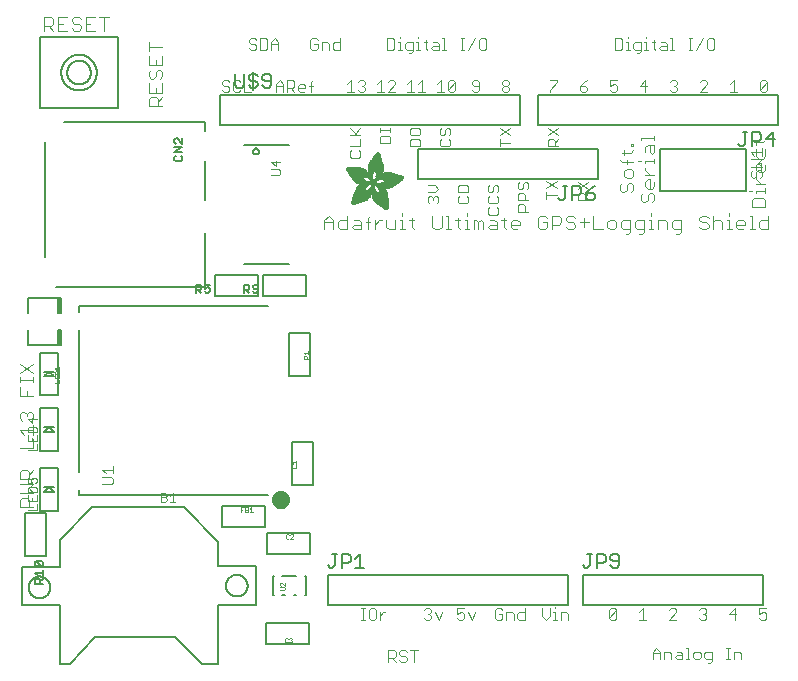
<source format=gbr>
G04 EAGLE Gerber RS-274X export*
G75*
%MOMM*%
%FSLAX34Y34*%
%LPD*%
%INSilkscreen Top*%
%IPPOS*%
%AMOC8*
5,1,8,0,0,1.08239X$1,22.5*%
G01*
%ADD10C,0.101600*%
%ADD11C,0.127000*%
%ADD12C,0.812800*%
%ADD13C,0.076200*%
%ADD14C,0.025400*%
%ADD15C,0.152400*%
%ADD16C,0.203200*%
%ADD17R,0.068600X0.007600*%
%ADD18R,0.114300X0.007600*%
%ADD19R,0.152400X0.007700*%
%ADD20R,0.182900X0.007600*%
%ADD21R,0.205700X0.007600*%
%ADD22R,0.228600X0.007600*%
%ADD23R,0.259100X0.007600*%
%ADD24R,0.274300X0.007700*%
%ADD25R,0.289500X0.007600*%
%ADD26R,0.304800X0.007600*%
%ADD27R,0.320100X0.007600*%
%ADD28R,0.342900X0.007600*%
%ADD29R,0.350500X0.007700*%
%ADD30R,0.365800X0.007600*%
%ADD31R,0.381000X0.007600*%
%ADD32R,0.388600X0.007600*%
%ADD33R,0.403800X0.007600*%
%ADD34R,0.419100X0.007700*%
%ADD35R,0.426700X0.007600*%
%ADD36R,0.441900X0.007600*%
%ADD37R,0.449600X0.007600*%
%ADD38R,0.464800X0.007600*%
%ADD39R,0.480000X0.007700*%
%ADD40R,0.487600X0.007600*%
%ADD41R,0.495300X0.007600*%
%ADD42R,0.510500X0.007600*%
%ADD43R,0.518100X0.007600*%
%ADD44R,0.525700X0.007700*%
%ADD45R,0.541000X0.007600*%
%ADD46R,0.548600X0.007600*%
%ADD47R,0.563800X0.007600*%
%ADD48R,0.571500X0.007600*%
%ADD49R,0.579100X0.007700*%
%ADD50R,0.594300X0.007600*%
%ADD51R,0.601900X0.007600*%
%ADD52R,0.609600X0.007600*%
%ADD53R,0.624800X0.007600*%
%ADD54R,0.632400X0.007700*%
%ADD55R,0.640000X0.007600*%
%ADD56R,0.655300X0.007600*%
%ADD57R,0.662900X0.007600*%
%ADD58R,0.678100X0.007600*%
%ADD59R,0.685800X0.007700*%
%ADD60R,0.693400X0.007600*%
%ADD61R,0.708600X0.007600*%
%ADD62R,0.716200X0.007600*%
%ADD63R,0.723900X0.007600*%
%ADD64R,0.739100X0.007700*%
%ADD65R,0.746700X0.007600*%
%ADD66R,0.754300X0.007600*%
%ADD67R,0.769600X0.007600*%
%ADD68R,0.777200X0.007600*%
%ADD69R,0.792400X0.007700*%
%ADD70R,0.800100X0.007600*%
%ADD71R,0.807700X0.007600*%
%ADD72R,0.822900X0.007600*%
%ADD73R,0.830500X0.007600*%
%ADD74R,0.838200X0.007700*%
%ADD75R,0.091500X0.007600*%
%ADD76R,0.853400X0.007600*%
%ADD77R,0.144700X0.007600*%
%ADD78R,0.861000X0.007600*%
%ADD79R,0.190500X0.007600*%
%ADD80R,0.876300X0.007600*%
%ADD81R,0.221000X0.007600*%
%ADD82R,0.883900X0.007600*%
%ADD83R,0.259000X0.007700*%
%ADD84R,0.891500X0.007700*%
%ADD85R,0.289600X0.007600*%
%ADD86R,0.906700X0.007600*%
%ADD87R,0.914400X0.007600*%
%ADD88R,0.350500X0.007600*%
%ADD89R,0.922000X0.007600*%
%ADD90R,0.937200X0.007600*%
%ADD91R,0.411400X0.007700*%
%ADD92R,0.944800X0.007700*%
%ADD93R,0.434300X0.007600*%
%ADD94R,0.952500X0.007600*%
%ADD95R,0.464900X0.007600*%
%ADD96R,0.967700X0.007600*%
%ADD97R,0.975300X0.007600*%
%ADD98R,0.518200X0.007600*%
%ADD99R,0.990600X0.007600*%
%ADD100R,0.548600X0.007700*%
%ADD101R,0.998200X0.007700*%
%ADD102R,1.005800X0.007600*%
%ADD103R,0.594400X0.007600*%
%ADD104R,1.021000X0.007600*%
%ADD105R,0.617200X0.007600*%
%ADD106R,1.028700X0.007600*%
%ADD107R,0.647700X0.007600*%
%ADD108R,1.036300X0.007600*%
%ADD109R,0.670500X0.007700*%
%ADD110R,1.051500X0.007700*%
%ADD111R,1.059100X0.007600*%
%ADD112R,0.716300X0.007600*%
%ADD113R,1.066800X0.007600*%
%ADD114R,0.739100X0.007600*%
%ADD115R,1.074400X0.007600*%
%ADD116R,0.762000X0.007600*%
%ADD117R,1.089600X0.007600*%
%ADD118R,0.784800X0.007700*%
%ADD119R,1.097200X0.007700*%
%ADD120R,1.104900X0.007600*%
%ADD121R,0.830600X0.007600*%
%ADD122R,1.112500X0.007600*%
%ADD123R,0.845800X0.007600*%
%ADD124R,1.120100X0.007600*%
%ADD125R,0.868700X0.007600*%
%ADD126R,1.127700X0.007600*%
%ADD127R,1.135300X0.007700*%
%ADD128R,1.143000X0.007600*%
%ADD129R,0.944900X0.007600*%
%ADD130R,1.150600X0.007600*%
%ADD131R,0.960100X0.007600*%
%ADD132R,1.158200X0.007600*%
%ADD133R,0.983000X0.007600*%
%ADD134R,1.165800X0.007600*%
%ADD135R,1.005900X0.007700*%
%ADD136R,1.173400X0.007700*%
%ADD137R,1.021100X0.007600*%
%ADD138R,1.181100X0.007600*%
%ADD139R,1.044000X0.007600*%
%ADD140R,1.188700X0.007600*%
%ADD141R,1.196300X0.007600*%
%ADD142R,1.082000X0.007600*%
%ADD143R,1.203900X0.007600*%
%ADD144R,1.104900X0.007700*%
%ADD145R,1.211500X0.007700*%
%ADD146R,1.211500X0.007600*%
%ADD147R,1.219200X0.007600*%
%ADD148R,1.226800X0.007600*%
%ADD149R,1.234400X0.007600*%
%ADD150R,1.188700X0.007700*%
%ADD151R,1.242000X0.007700*%
%ADD152R,1.242000X0.007600*%
%ADD153R,1.211600X0.007600*%
%ADD154R,1.249600X0.007600*%
%ADD155R,1.257300X0.007600*%
%ADD156R,1.264900X0.007600*%
%ADD157R,1.242100X0.007700*%
%ADD158R,1.264900X0.007700*%
%ADD159R,1.272500X0.007600*%
%ADD160R,1.265000X0.007600*%
%ADD161R,1.280100X0.007600*%
%ADD162R,1.272600X0.007600*%
%ADD163R,1.287700X0.007600*%
%ADD164R,1.287800X0.007600*%
%ADD165R,1.295400X0.007700*%
%ADD166R,1.303000X0.007600*%
%ADD167R,1.318200X0.007600*%
%ADD168R,1.310600X0.007600*%
%ADD169R,1.325900X0.007600*%
%ADD170R,1.341100X0.007700*%
%ADD171R,1.318200X0.007700*%
%ADD172R,1.341100X0.007600*%
%ADD173R,1.325800X0.007600*%
%ADD174R,1.348700X0.007600*%
%ADD175R,1.364000X0.007600*%
%ADD176R,1.333500X0.007600*%
%ADD177R,1.371600X0.007700*%
%ADD178R,1.379200X0.007600*%
%ADD179R,1.379300X0.007600*%
%ADD180R,1.386900X0.007600*%
%ADD181R,1.394500X0.007600*%
%ADD182R,1.356300X0.007600*%
%ADD183R,1.394400X0.007700*%
%ADD184R,1.356300X0.007700*%
%ADD185R,1.402000X0.007600*%
%ADD186R,1.409700X0.007600*%
%ADD187R,1.363900X0.007600*%
%ADD188R,1.417300X0.007600*%
%ADD189R,1.371600X0.007600*%
%ADD190R,1.424900X0.007700*%
%ADD191R,1.424900X0.007600*%
%ADD192R,1.432600X0.007600*%
%ADD193R,1.440200X0.007600*%
%ADD194R,1.386800X0.007600*%
%ADD195R,1.447800X0.007700*%
%ADD196R,1.386800X0.007700*%
%ADD197R,1.447800X0.007600*%
%ADD198R,1.455500X0.007600*%
%ADD199R,1.394400X0.007600*%
%ADD200R,1.463100X0.007600*%
%ADD201R,1.455400X0.007700*%
%ADD202R,1.463000X0.007600*%
%ADD203R,1.470600X0.007600*%
%ADD204R,1.470600X0.007700*%
%ADD205R,1.409700X0.007700*%
%ADD206R,1.470700X0.007600*%
%ADD207R,1.402100X0.007600*%
%ADD208R,1.478300X0.007600*%
%ADD209R,1.478300X0.007700*%
%ADD210R,1.402100X0.007700*%
%ADD211R,1.485900X0.007600*%
%ADD212R,1.485900X0.007700*%
%ADD213R,1.493500X0.007700*%
%ADD214R,1.493500X0.007600*%
%ADD215R,1.394500X0.007700*%
%ADD216R,1.493600X0.007700*%
%ADD217R,1.386900X0.007700*%
%ADD218R,1.379200X0.007700*%
%ADD219R,2.857500X0.007700*%
%ADD220R,2.857500X0.007600*%
%ADD221R,2.849900X0.007600*%
%ADD222R,2.842300X0.007600*%
%ADD223R,2.834700X0.007700*%
%ADD224R,2.827000X0.007600*%
%ADD225R,2.819400X0.007600*%
%ADD226R,2.811800X0.007600*%
%ADD227R,2.811800X0.007700*%
%ADD228R,2.804100X0.007600*%
%ADD229R,2.796500X0.007600*%
%ADD230R,1.966000X0.007600*%
%ADD231R,1.943100X0.007600*%
%ADD232R,0.754400X0.007600*%
%ADD233R,1.927900X0.007700*%
%ADD234R,0.746700X0.007700*%
%ADD235R,1.912600X0.007600*%
%ADD236R,0.731500X0.007600*%
%ADD237R,1.905000X0.007600*%
%ADD238R,1.882200X0.007600*%
%ADD239R,1.874600X0.007600*%
%ADD240R,1.866900X0.007700*%
%ADD241R,0.708700X0.007700*%
%ADD242R,1.851600X0.007600*%
%ADD243R,0.701100X0.007600*%
%ADD244R,1.844000X0.007600*%
%ADD245R,1.836400X0.007600*%
%ADD246R,1.821200X0.007600*%
%ADD247R,0.685800X0.007600*%
%ADD248R,1.813500X0.007700*%
%ADD249R,1.805900X0.007600*%
%ADD250R,0.678200X0.007600*%
%ADD251R,1.790700X0.007600*%
%ADD252R,0.670600X0.007600*%
%ADD253R,1.775500X0.007600*%
%ADD254R,1.767900X0.007700*%
%ADD255R,0.663000X0.007700*%
%ADD256R,1.760200X0.007600*%
%ADD257R,1.752600X0.007600*%
%ADD258R,0.937300X0.007600*%
%ADD259R,0.792500X0.007600*%
%ADD260R,0.899100X0.007600*%
%ADD261R,0.883900X0.007700*%
%ADD262R,0.716300X0.007700*%
%ADD263R,0.647700X0.007700*%
%ADD264R,0.640100X0.007600*%
%ADD265R,0.632500X0.007600*%
%ADD266R,0.655400X0.007600*%
%ADD267R,0.632400X0.007600*%
%ADD268R,0.845800X0.007700*%
%ADD269R,0.617200X0.007700*%
%ADD270R,0.624800X0.007700*%
%ADD271R,0.602000X0.007600*%
%ADD272R,0.838200X0.007600*%
%ADD273R,0.586700X0.007600*%
%ADD274R,0.548700X0.007600*%
%ADD275R,0.830500X0.007700*%
%ADD276R,0.541000X0.007700*%
%ADD277R,0.594300X0.007700*%
%ADD278R,0.525800X0.007600*%
%ADD279R,0.586800X0.007600*%
%ADD280R,0.815300X0.007600*%
%ADD281R,0.579200X0.007600*%
%ADD282R,0.815400X0.007600*%
%ADD283R,0.815400X0.007700*%
%ADD284R,0.571500X0.007700*%
%ADD285R,0.807800X0.007600*%
%ADD286R,0.563900X0.007600*%
%ADD287R,0.457200X0.007600*%
%ADD288R,0.442000X0.007600*%
%ADD289R,0.556300X0.007600*%
%ADD290R,0.807700X0.007700*%
%ADD291R,0.411500X0.007600*%
%ADD292R,0.533400X0.007600*%
%ADD293R,0.076200X0.007600*%
%ADD294R,0.403900X0.007600*%
%ADD295R,0.525700X0.007600*%
%ADD296R,0.388700X0.007600*%
%ADD297R,0.297200X0.007600*%
%ADD298R,0.373400X0.007700*%
%ADD299R,0.503000X0.007700*%
%ADD300R,0.426800X0.007700*%
%ADD301R,0.358100X0.007600*%
%ADD302R,0.502900X0.007600*%
%ADD303R,0.472400X0.007600*%
%ADD304R,0.487700X0.007600*%
%ADD305R,0.335300X0.007600*%
%ADD306R,0.792500X0.007700*%
%ADD307R,0.327600X0.007700*%
%ADD308R,0.472400X0.007700*%
%ADD309R,0.640000X0.007700*%
%ADD310R,0.784800X0.007600*%
%ADD311R,0.320000X0.007600*%
%ADD312R,0.792400X0.007600*%
%ADD313R,1.173400X0.007600*%
%ADD314R,1.196400X0.007600*%
%ADD315R,0.784900X0.007600*%
%ADD316R,0.784900X0.007700*%
%ADD317R,0.297200X0.007700*%
%ADD318R,1.249700X0.007600*%
%ADD319R,0.281900X0.007600*%
%ADD320R,1.295400X0.007600*%
%ADD321R,0.266700X0.007600*%
%ADD322R,0.777300X0.007700*%
%ADD323R,0.266700X0.007700*%
%ADD324R,1.333500X0.007700*%
%ADD325R,0.777300X0.007600*%
%ADD326R,1.348800X0.007600*%
%ADD327R,0.251500X0.007600*%
%ADD328R,0.243900X0.007700*%
%ADD329R,0.243900X0.007600*%
%ADD330R,1.440100X0.007600*%
%ADD331R,0.236200X0.007600*%
%ADD332R,0.762000X0.007700*%
%ADD333R,0.236200X0.007700*%
%ADD334R,1.508700X0.007700*%
%ADD335R,1.531600X0.007600*%
%ADD336R,1.546900X0.007600*%
%ADD337R,1.569700X0.007600*%
%ADD338R,1.585000X0.007600*%
%ADD339R,0.746800X0.007700*%
%ADD340R,1.607800X0.007700*%
%ADD341R,0.243800X0.007600*%
%ADD342R,1.630700X0.007600*%
%ADD343R,1.653500X0.007600*%
%ADD344R,0.739200X0.007600*%
%ADD345R,1.684000X0.007600*%
%ADD346R,2.019300X0.007600*%
%ADD347R,0.731500X0.007700*%
%ADD348R,2.026900X0.007700*%
%ADD349R,2.049800X0.007600*%
%ADD350R,2.057400X0.007600*%
%ADD351R,0.708700X0.007600*%
%ADD352R,2.072600X0.007600*%
%ADD353R,0.701000X0.007600*%
%ADD354R,2.095500X0.007600*%
%ADD355R,0.693500X0.007700*%
%ADD356R,2.110800X0.007700*%
%ADD357R,2.141200X0.007600*%
%ADD358R,0.060900X0.007600*%
%ADD359R,2.872700X0.007600*%
%ADD360R,3.124200X0.007600*%
%ADD361R,3.177600X0.007600*%
%ADD362R,3.215600X0.007700*%
%ADD363R,3.253700X0.007600*%
%ADD364R,3.284300X0.007600*%
%ADD365R,3.314700X0.007600*%
%ADD366R,3.352800X0.007600*%
%ADD367R,3.375600X0.007700*%
%ADD368R,3.406200X0.007600*%
%ADD369R,3.429000X0.007600*%
%ADD370R,3.451800X0.007600*%
%ADD371R,3.482400X0.007600*%
%ADD372R,1.828800X0.007700*%
%ADD373R,1.539300X0.007700*%
%ADD374R,1.767900X0.007600*%
%ADD375R,1.767800X0.007600*%
%ADD376R,1.760200X0.007700*%
%ADD377R,1.760300X0.007600*%
%ADD378R,1.775400X0.007700*%
%ADD379R,1.379300X0.007700*%
%ADD380R,1.783000X0.007600*%
%ADD381R,1.813500X0.007600*%
%ADD382R,1.821100X0.007700*%
%ADD383R,0.503000X0.007600*%
%ADD384R,1.135400X0.007600*%
%ADD385R,1.127700X0.007700*%
%ADD386R,0.487700X0.007700*%
%ADD387R,1.120200X0.007600*%
%ADD388R,1.097300X0.007600*%
%ADD389R,0.510600X0.007600*%
%ADD390R,1.074400X0.007700*%
%ADD391R,0.525800X0.007700*%
%ADD392R,1.440200X0.007700*%
%ADD393R,1.059200X0.007600*%
%ADD394R,1.051600X0.007600*%
%ADD395R,1.051500X0.007600*%
%ADD396R,1.043900X0.007700*%
%ADD397R,0.602000X0.007700*%
%ADD398R,1.524000X0.007600*%
%ADD399R,1.539300X0.007600*%
%ADD400R,1.592600X0.007600*%
%ADD401R,1.021100X0.007700*%
%ADD402R,1.615400X0.007700*%
%ADD403R,1.013400X0.007600*%
%ADD404R,1.653600X0.007600*%
%ADD405R,1.013500X0.007600*%
%ADD406R,1.699300X0.007600*%
%ADD407R,2.743200X0.007600*%
%ADD408R,1.005900X0.007600*%
%ADD409R,2.415500X0.007600*%
%ADD410R,1.005800X0.007700*%
%ADD411R,0.281900X0.007700*%
%ADD412R,2.408000X0.007700*%
%ADD413R,2.407900X0.007600*%
%ADD414R,0.998200X0.007600*%
%ADD415R,0.282000X0.007600*%
%ADD416R,0.998300X0.007600*%
%ADD417R,2.400300X0.007600*%
%ADD418R,0.289500X0.007700*%
%ADD419R,2.400300X0.007700*%
%ADD420R,0.297100X0.007600*%
%ADD421R,0.312400X0.007600*%
%ADD422R,2.392700X0.007600*%
%ADD423R,0.990600X0.007700*%
%ADD424R,0.327700X0.007700*%
%ADD425R,2.392700X0.007700*%
%ADD426R,2.385100X0.007600*%
%ADD427R,0.381000X0.007700*%
%ADD428R,2.377400X0.007700*%
%ADD429R,2.377400X0.007600*%
%ADD430R,2.369800X0.007600*%
%ADD431R,0.419100X0.007600*%
%ADD432R,2.362200X0.007600*%
%ADD433R,0.426800X0.007600*%
%ADD434R,1.036300X0.007700*%
%ADD435R,0.442000X0.007700*%
%ADD436R,2.354600X0.007700*%
%ADD437R,2.354600X0.007600*%
%ADD438R,0.480100X0.007600*%
%ADD439R,2.347000X0.007600*%
%ADD440R,1.074500X0.007600*%
%ADD441R,2.339400X0.007600*%
%ADD442R,1.082100X0.007700*%
%ADD443R,0.548700X0.007700*%
%ADD444R,2.331800X0.007700*%
%ADD445R,2.331800X0.007600*%
%ADD446R,0.624900X0.007600*%
%ADD447R,2.324100X0.007600*%
%ADD448R,1.859300X0.007600*%
%ADD449R,2.308800X0.007600*%
%ADD450R,2.301200X0.007700*%
%ADD451R,2.301200X0.007600*%
%ADD452R,2.293600X0.007600*%
%ADD453R,2.278400X0.007600*%
%ADD454R,1.889800X0.007600*%
%ADD455R,2.270700X0.007600*%
%ADD456R,1.897400X0.007700*%
%ADD457R,2.255500X0.007700*%
%ADD458R,1.897400X0.007600*%
%ADD459R,2.247900X0.007600*%
%ADD460R,2.232600X0.007600*%
%ADD461R,1.912700X0.007600*%
%ADD462R,2.209800X0.007600*%
%ADD463R,1.920300X0.007600*%
%ADD464R,2.186900X0.007600*%
%ADD465R,1.920300X0.007700*%
%ADD466R,2.171700X0.007700*%
%ADD467R,1.935500X0.007600*%
%ADD468R,2.148800X0.007600*%
%ADD469R,2.126000X0.007600*%
%ADD470R,1.950700X0.007600*%
%ADD471R,1.958400X0.007700*%
%ADD472R,2.042200X0.007700*%
%ADD473R,1.973600X0.007600*%
%ADD474R,1.996500X0.007600*%
%ADD475R,1.981200X0.007600*%
%ADD476R,1.988800X0.007600*%
%ADD477R,1.996400X0.007700*%
%ADD478R,1.996400X0.007600*%
%ADD479R,2.004100X0.007600*%
%ADD480R,1.874500X0.007600*%
%ADD481R,1.425000X0.007600*%
%ADD482R,2.026900X0.007600*%
%ADD483R,0.434400X0.007700*%
%ADD484R,1.364000X0.007700*%
%ADD485R,2.034500X0.007600*%
%ADD486R,0.434400X0.007600*%
%ADD487R,2.049700X0.007600*%
%ADD488R,2.065000X0.007700*%
%ADD489R,0.464800X0.007700*%
%ADD490R,1.196300X0.007700*%
%ADD491R,2.080300X0.007600*%
%ADD492R,1.158300X0.007600*%
%ADD493R,2.087900X0.007600*%
%ADD494R,0.472500X0.007600*%
%ADD495R,2.103100X0.007600*%
%ADD496R,2.118400X0.007600*%
%ADD497R,2.133600X0.007600*%
%ADD498R,2.148800X0.007700*%
%ADD499R,2.164000X0.007600*%
%ADD500R,2.171700X0.007600*%
%ADD501R,2.187000X0.007600*%
%ADD502R,0.556200X0.007600*%
%ADD503R,2.202200X0.007700*%
%ADD504R,0.556200X0.007700*%
%ADD505R,0.640100X0.007700*%
%ADD506R,0.579100X0.007600*%
%ADD507R,0.480000X0.007600*%
%ADD508R,1.752600X0.007700*%
%ADD509R,0.487600X0.007700*%
%ADD510R,0.594400X0.007700*%
%ADD511R,0.358100X0.007700*%
%ADD512R,0.099000X0.007600*%
%ADD513R,1.280200X0.007600*%
%ADD514R,1.745000X0.007600*%
%ADD515R,1.744900X0.007600*%
%ADD516R,1.737300X0.007700*%
%ADD517R,1.737400X0.007600*%
%ADD518R,1.729800X0.007600*%
%ADD519R,1.722200X0.007600*%
%ADD520R,1.722100X0.007600*%
%ADD521R,1.714500X0.007700*%
%ADD522R,1.356400X0.007700*%
%ADD523R,1.706900X0.007600*%
%ADD524R,1.356400X0.007600*%
%ADD525R,1.691700X0.007600*%
%ADD526R,1.668800X0.007700*%
%ADD527R,1.645900X0.007600*%
%ADD528R,1.623100X0.007600*%
%ADD529R,1.577400X0.007600*%
%ADD530R,1.554400X0.007600*%
%ADD531R,1.539200X0.007600*%
%ADD532R,1.524000X0.007700*%
%ADD533R,1.501100X0.007600*%
%ADD534R,1.455400X0.007600*%
%ADD535R,1.348800X0.007700*%
%ADD536R,1.318300X0.007600*%
%ADD537R,1.310600X0.007700*%
%ADD538R,1.287800X0.007700*%
%ADD539R,1.234500X0.007600*%
%ADD540R,1.226900X0.007600*%
%ADD541R,1.173500X0.007700*%
%ADD542R,1.173500X0.007600*%
%ADD543R,1.165900X0.007600*%
%ADD544R,1.143000X0.007700*%
%ADD545R,1.127800X0.007600*%
%ADD546R,1.097200X0.007600*%
%ADD547R,1.028700X0.007700*%
%ADD548R,0.982900X0.007600*%
%ADD549R,0.952500X0.007700*%
%ADD550R,0.929600X0.007600*%
%ADD551R,0.906800X0.007700*%
%ADD552R,0.906800X0.007600*%
%ADD553R,0.899200X0.007600*%
%ADD554R,0.884000X0.007600*%
%ADD555R,0.876300X0.007700*%
%ADD556R,0.830600X0.007700*%
%ADD557R,0.754400X0.007700*%
%ADD558R,0.746800X0.007600*%
%ADD559R,0.708600X0.007700*%
%ADD560R,0.678200X0.007700*%
%ADD561R,0.663000X0.007600*%
%ADD562R,0.632500X0.007700*%
%ADD563R,0.556300X0.007700*%
%ADD564R,0.518200X0.007700*%
%ADD565R,0.434300X0.007700*%
%ADD566R,0.396300X0.007700*%
%ADD567R,0.373300X0.007600*%
%ADD568R,0.365700X0.007600*%
%ADD569R,0.327700X0.007600*%
%ADD570R,0.304800X0.007700*%
%ADD571R,0.274300X0.007600*%
%ADD572R,0.243800X0.007700*%
%ADD573R,0.205800X0.007600*%
%ADD574R,0.152400X0.007600*%
%ADD575R,0.121900X0.007700*%


D10*
X17272Y227838D02*
X5578Y227838D01*
X5578Y235634D01*
X11425Y231736D02*
X11425Y227838D01*
X17272Y239532D02*
X17272Y243430D01*
X17272Y241481D02*
X5578Y241481D01*
X5578Y239532D02*
X5578Y243430D01*
X5578Y247328D02*
X17272Y255124D01*
X17272Y247328D02*
X5578Y255124D01*
X5578Y133858D02*
X17272Y133858D01*
X5578Y133858D02*
X5578Y139705D01*
X7527Y141654D01*
X11425Y141654D01*
X13374Y139705D01*
X13374Y133858D01*
X17272Y145552D02*
X5578Y145552D01*
X13374Y149450D02*
X17272Y145552D01*
X13374Y149450D02*
X17272Y153348D01*
X5578Y153348D01*
X5578Y157246D02*
X17272Y157246D01*
X5578Y157246D02*
X5578Y163093D01*
X7527Y165042D01*
X11425Y165042D01*
X13374Y163093D01*
X13374Y157246D01*
X13374Y161144D02*
X17272Y165042D01*
X17272Y183388D02*
X5578Y183388D01*
X17272Y183388D02*
X17272Y191184D01*
X9476Y195082D02*
X5578Y198980D01*
X17272Y198980D01*
X17272Y195082D02*
X17272Y202878D01*
X7527Y206776D02*
X5578Y208725D01*
X5578Y212623D01*
X7527Y214572D01*
X9476Y214572D01*
X11425Y212623D01*
X11425Y210674D01*
X11425Y212623D02*
X13374Y214572D01*
X15323Y214572D01*
X17272Y212623D01*
X17272Y208725D01*
X15323Y206776D01*
X114798Y472948D02*
X126492Y472948D01*
X114798Y472948D02*
X114798Y478795D01*
X116747Y480744D01*
X120645Y480744D01*
X122594Y478795D01*
X122594Y472948D01*
X122594Y476846D02*
X126492Y480744D01*
X114798Y484642D02*
X114798Y492438D01*
X114798Y484642D02*
X126492Y484642D01*
X126492Y492438D01*
X120645Y488540D02*
X120645Y484642D01*
X114798Y502183D02*
X116747Y504132D01*
X114798Y502183D02*
X114798Y498285D01*
X116747Y496336D01*
X118696Y496336D01*
X120645Y498285D01*
X120645Y502183D01*
X122594Y504132D01*
X124543Y504132D01*
X126492Y502183D01*
X126492Y498285D01*
X124543Y496336D01*
X114798Y508030D02*
X114798Y515826D01*
X114798Y508030D02*
X126492Y508030D01*
X126492Y515826D01*
X120645Y511928D02*
X120645Y508030D01*
X126492Y523622D02*
X114798Y523622D01*
X114798Y519724D02*
X114798Y527520D01*
X625338Y387858D02*
X637032Y387858D01*
X637032Y393705D01*
X635083Y395654D01*
X627287Y395654D01*
X625338Y393705D01*
X625338Y387858D01*
X629236Y399552D02*
X629236Y401501D01*
X637032Y401501D01*
X637032Y399552D02*
X637032Y403450D01*
X625338Y401501D02*
X623389Y401501D01*
X629236Y407348D02*
X637032Y407348D01*
X633134Y407348D02*
X629236Y411246D01*
X629236Y413195D01*
X637032Y419042D02*
X637032Y422940D01*
X637032Y419042D02*
X635083Y417093D01*
X631185Y417093D01*
X629236Y419042D01*
X629236Y422940D01*
X631185Y424889D01*
X633134Y424889D01*
X633134Y417093D01*
X629236Y430736D02*
X629236Y436583D01*
X629236Y430736D02*
X631185Y428787D01*
X635083Y428787D01*
X637032Y430736D01*
X637032Y436583D01*
X635083Y442430D02*
X627287Y442430D01*
X635083Y442430D02*
X637032Y444379D01*
X629236Y444379D02*
X629236Y440481D01*
X515527Y408354D02*
X513578Y406405D01*
X513578Y402507D01*
X515527Y400558D01*
X517476Y400558D01*
X519425Y402507D01*
X519425Y406405D01*
X521374Y408354D01*
X523323Y408354D01*
X525272Y406405D01*
X525272Y402507D01*
X523323Y400558D01*
X525272Y414201D02*
X525272Y418099D01*
X523323Y420048D01*
X519425Y420048D01*
X517476Y418099D01*
X517476Y414201D01*
X519425Y412252D01*
X523323Y412252D01*
X525272Y414201D01*
X525272Y425895D02*
X515527Y425895D01*
X513578Y427844D01*
X519425Y427844D02*
X519425Y423946D01*
X515527Y433691D02*
X523323Y433691D01*
X525272Y435640D01*
X517476Y435640D02*
X517476Y431742D01*
X523323Y439538D02*
X525272Y439538D01*
X523323Y439538D02*
X523323Y441487D01*
X525272Y441487D01*
X525272Y439538D01*
X533307Y399464D02*
X531358Y397515D01*
X531358Y393617D01*
X533307Y391668D01*
X535256Y391668D01*
X537205Y393617D01*
X537205Y397515D01*
X539154Y399464D01*
X541103Y399464D01*
X543052Y397515D01*
X543052Y393617D01*
X541103Y391668D01*
X543052Y405311D02*
X543052Y409209D01*
X543052Y405311D02*
X541103Y403362D01*
X537205Y403362D01*
X535256Y405311D01*
X535256Y409209D01*
X537205Y411158D01*
X539154Y411158D01*
X539154Y403362D01*
X543052Y415056D02*
X535256Y415056D01*
X539154Y415056D02*
X535256Y418954D01*
X535256Y420903D01*
X535256Y424801D02*
X535256Y426750D01*
X543052Y426750D01*
X543052Y424801D02*
X543052Y428699D01*
X531358Y426750D02*
X529409Y426750D01*
X535256Y434546D02*
X535256Y438444D01*
X537205Y440393D01*
X543052Y440393D01*
X543052Y434546D01*
X541103Y432597D01*
X539154Y434546D01*
X539154Y440393D01*
X531358Y444291D02*
X531358Y446240D01*
X543052Y446240D01*
X543052Y444291D02*
X543052Y448189D01*
X460502Y397598D02*
X451350Y397598D01*
X451350Y394548D02*
X451350Y400649D01*
X451350Y403903D02*
X460502Y410004D01*
X460502Y403903D02*
X451350Y410004D01*
X478020Y393278D02*
X487172Y393278D01*
X478020Y393278D02*
X478020Y397854D01*
X479546Y399379D01*
X482596Y399379D01*
X484121Y397854D01*
X484121Y393278D01*
X484121Y396328D02*
X487172Y399379D01*
X487172Y408734D02*
X478020Y402633D01*
X478020Y408734D02*
X487172Y402633D01*
X436372Y383922D02*
X427220Y383922D01*
X427220Y388498D01*
X428746Y390024D01*
X431796Y390024D01*
X433321Y388498D01*
X433321Y383922D01*
X436372Y393278D02*
X427220Y393278D01*
X427220Y397854D01*
X428746Y399379D01*
X431796Y399379D01*
X433321Y397854D01*
X433321Y393278D01*
X427220Y407209D02*
X428746Y408734D01*
X427220Y407209D02*
X427220Y404158D01*
X428746Y402633D01*
X430271Y402633D01*
X431796Y404158D01*
X431796Y407209D01*
X433321Y408734D01*
X434847Y408734D01*
X436372Y407209D01*
X436372Y404158D01*
X434847Y402633D01*
X403346Y387484D02*
X401820Y385958D01*
X401820Y382908D01*
X403346Y381382D01*
X409447Y381382D01*
X410972Y382908D01*
X410972Y385958D01*
X409447Y387484D01*
X401820Y395314D02*
X403346Y396839D01*
X401820Y395314D02*
X401820Y392263D01*
X403346Y390738D01*
X409447Y390738D01*
X410972Y392263D01*
X410972Y395314D01*
X409447Y396839D01*
X401820Y404669D02*
X403346Y406194D01*
X401820Y404669D02*
X401820Y401618D01*
X403346Y400093D01*
X404871Y400093D01*
X406396Y401618D01*
X406396Y404669D01*
X407921Y406194D01*
X409447Y406194D01*
X410972Y404669D01*
X410972Y401618D01*
X409447Y400093D01*
X377946Y396839D02*
X376420Y395314D01*
X376420Y392263D01*
X377946Y390738D01*
X384047Y390738D01*
X385572Y392263D01*
X385572Y395314D01*
X384047Y396839D01*
X385572Y400093D02*
X376420Y400093D01*
X385572Y400093D02*
X385572Y404669D01*
X384047Y406194D01*
X377946Y406194D01*
X376420Y404669D01*
X376420Y400093D01*
X352546Y390738D02*
X351020Y392263D01*
X351020Y395314D01*
X352546Y396839D01*
X354071Y396839D01*
X355596Y395314D01*
X355596Y393788D01*
X355596Y395314D02*
X357121Y396839D01*
X358647Y396839D01*
X360172Y395314D01*
X360172Y392263D01*
X358647Y390738D01*
X357121Y400093D02*
X351020Y400093D01*
X357121Y400093D02*
X360172Y403143D01*
X357121Y406194D01*
X351020Y406194D01*
X286506Y435744D02*
X284980Y434218D01*
X284980Y431168D01*
X286506Y429642D01*
X292607Y429642D01*
X294132Y431168D01*
X294132Y434218D01*
X292607Y435744D01*
X294132Y438998D02*
X284980Y438998D01*
X294132Y438998D02*
X294132Y445099D01*
X294132Y448353D02*
X284980Y448353D01*
X291081Y448353D02*
X284980Y454454D01*
X289556Y449878D02*
X294132Y454454D01*
X335780Y438998D02*
X344932Y438998D01*
X344932Y443574D01*
X343407Y445099D01*
X337306Y445099D01*
X335780Y443574D01*
X335780Y438998D01*
X335780Y449878D02*
X335780Y452929D01*
X335780Y449878D02*
X337306Y448353D01*
X343407Y448353D01*
X344932Y449878D01*
X344932Y452929D01*
X343407Y454454D01*
X337306Y454454D01*
X335780Y452929D01*
X319532Y442116D02*
X310380Y442116D01*
X319532Y442116D02*
X319532Y446692D01*
X318007Y448217D01*
X311906Y448217D01*
X310380Y446692D01*
X310380Y442116D01*
X319532Y451471D02*
X319532Y454522D01*
X319532Y452997D02*
X310380Y452997D01*
X310380Y454522D02*
X310380Y451471D01*
X361180Y443574D02*
X362706Y445099D01*
X361180Y443574D02*
X361180Y440523D01*
X362706Y438998D01*
X368807Y438998D01*
X370332Y440523D01*
X370332Y443574D01*
X368807Y445099D01*
X361180Y452929D02*
X362706Y454454D01*
X361180Y452929D02*
X361180Y449878D01*
X362706Y448353D01*
X364231Y448353D01*
X365756Y449878D01*
X365756Y452929D01*
X367281Y454454D01*
X368807Y454454D01*
X370332Y452929D01*
X370332Y449878D01*
X368807Y448353D01*
X452620Y438998D02*
X461772Y438998D01*
X452620Y438998D02*
X452620Y443574D01*
X454146Y445099D01*
X457196Y445099D01*
X458721Y443574D01*
X458721Y438998D01*
X458721Y442048D02*
X461772Y445099D01*
X461772Y454454D02*
X452620Y448353D01*
X452620Y454454D02*
X461772Y448353D01*
X421132Y442048D02*
X411980Y442048D01*
X411980Y438998D02*
X411980Y445099D01*
X411980Y448353D02*
X421132Y454454D01*
X421132Y448353D02*
X411980Y454454D01*
X263398Y376604D02*
X263398Y368808D01*
X263398Y376604D02*
X267296Y380502D01*
X271194Y376604D01*
X271194Y368808D01*
X271194Y374655D02*
X263398Y374655D01*
X282888Y380502D02*
X282888Y368808D01*
X277041Y368808D01*
X275092Y370757D01*
X275092Y374655D01*
X277041Y376604D01*
X282888Y376604D01*
X288735Y376604D02*
X292633Y376604D01*
X294582Y374655D01*
X294582Y368808D01*
X288735Y368808D01*
X286786Y370757D01*
X288735Y372706D01*
X294582Y372706D01*
X300429Y368808D02*
X300429Y378553D01*
X302378Y380502D01*
X302378Y374655D02*
X298480Y374655D01*
X306276Y376604D02*
X306276Y368808D01*
X306276Y372706D02*
X310174Y376604D01*
X312123Y376604D01*
X316021Y376604D02*
X316021Y370757D01*
X317970Y368808D01*
X323817Y368808D01*
X323817Y376604D01*
X327715Y376604D02*
X329664Y376604D01*
X329664Y368808D01*
X327715Y368808D02*
X331613Y368808D01*
X329664Y380502D02*
X329664Y382451D01*
X337460Y378553D02*
X337460Y370757D01*
X339409Y368808D01*
X339409Y376604D02*
X335511Y376604D01*
X355001Y380502D02*
X355001Y370757D01*
X356950Y368808D01*
X360848Y368808D01*
X362797Y370757D01*
X362797Y380502D01*
X366695Y380502D02*
X368644Y380502D01*
X368644Y368808D01*
X366695Y368808D02*
X370593Y368808D01*
X376440Y370757D02*
X376440Y378553D01*
X376440Y370757D02*
X378389Y368808D01*
X378389Y376604D02*
X374491Y376604D01*
X382287Y376604D02*
X384236Y376604D01*
X384236Y368808D01*
X382287Y368808D02*
X386185Y368808D01*
X384236Y380502D02*
X384236Y382451D01*
X390083Y376604D02*
X390083Y368808D01*
X390083Y376604D02*
X392032Y376604D01*
X393981Y374655D01*
X393981Y368808D01*
X393981Y374655D02*
X395930Y376604D01*
X397879Y374655D01*
X397879Y368808D01*
X403726Y376604D02*
X407624Y376604D01*
X409573Y374655D01*
X409573Y368808D01*
X403726Y368808D01*
X401777Y370757D01*
X403726Y372706D01*
X409573Y372706D01*
X415420Y370757D02*
X415420Y378553D01*
X415420Y370757D02*
X417369Y368808D01*
X417369Y376604D02*
X413471Y376604D01*
X423215Y368808D02*
X427113Y368808D01*
X423215Y368808D02*
X421267Y370757D01*
X421267Y374655D01*
X423215Y376604D01*
X427113Y376604D01*
X429062Y374655D01*
X429062Y372706D01*
X421267Y372706D01*
X450501Y380502D02*
X452450Y378553D01*
X450501Y380502D02*
X446603Y380502D01*
X444654Y378553D01*
X444654Y370757D01*
X446603Y368808D01*
X450501Y368808D01*
X452450Y370757D01*
X452450Y374655D01*
X448552Y374655D01*
X456348Y368808D02*
X456348Y380502D01*
X462195Y380502D01*
X464144Y378553D01*
X464144Y374655D01*
X462195Y372706D01*
X456348Y372706D01*
X473889Y380502D02*
X475838Y378553D01*
X473889Y380502D02*
X469991Y380502D01*
X468042Y378553D01*
X468042Y376604D01*
X469991Y374655D01*
X473889Y374655D01*
X475838Y372706D01*
X475838Y370757D01*
X473889Y368808D01*
X469991Y368808D01*
X468042Y370757D01*
X479736Y374655D02*
X487532Y374655D01*
X483634Y378553D02*
X483634Y370757D01*
X491430Y368808D02*
X491430Y380502D01*
X491430Y368808D02*
X499226Y368808D01*
X505073Y368808D02*
X508971Y368808D01*
X510920Y370757D01*
X510920Y374655D01*
X508971Y376604D01*
X505073Y376604D01*
X503124Y374655D01*
X503124Y370757D01*
X505073Y368808D01*
X518716Y364910D02*
X520665Y364910D01*
X522614Y366859D01*
X522614Y376604D01*
X516767Y376604D01*
X514818Y374655D01*
X514818Y370757D01*
X516767Y368808D01*
X522614Y368808D01*
X530410Y364910D02*
X532359Y364910D01*
X534308Y366859D01*
X534308Y376604D01*
X528461Y376604D01*
X526512Y374655D01*
X526512Y370757D01*
X528461Y368808D01*
X534308Y368808D01*
X538206Y376604D02*
X540155Y376604D01*
X540155Y368808D01*
X538206Y368808D02*
X542104Y368808D01*
X540155Y380502D02*
X540155Y382451D01*
X546002Y376604D02*
X546002Y368808D01*
X546002Y376604D02*
X551849Y376604D01*
X553798Y374655D01*
X553798Y368808D01*
X561594Y364910D02*
X563543Y364910D01*
X565492Y366859D01*
X565492Y376604D01*
X559645Y376604D01*
X557696Y374655D01*
X557696Y370757D01*
X559645Y368808D01*
X565492Y368808D01*
X586931Y380502D02*
X588880Y378553D01*
X586931Y380502D02*
X583033Y380502D01*
X581084Y378553D01*
X581084Y376604D01*
X583033Y374655D01*
X586931Y374655D01*
X588880Y372706D01*
X588880Y370757D01*
X586931Y368808D01*
X583033Y368808D01*
X581084Y370757D01*
X592778Y368808D02*
X592778Y380502D01*
X594727Y376604D02*
X592778Y374655D01*
X594727Y376604D02*
X598625Y376604D01*
X600574Y374655D01*
X600574Y368808D01*
X604472Y376604D02*
X606421Y376604D01*
X606421Y368808D01*
X604472Y368808D02*
X608370Y368808D01*
X606421Y380502D02*
X606421Y382451D01*
X614217Y368808D02*
X618115Y368808D01*
X614217Y368808D02*
X612268Y370757D01*
X612268Y374655D01*
X614217Y376604D01*
X618115Y376604D01*
X620064Y374655D01*
X620064Y372706D01*
X612268Y372706D01*
X623962Y380502D02*
X625911Y380502D01*
X625911Y368808D01*
X623962Y368808D02*
X627860Y368808D01*
X639554Y368808D02*
X639554Y380502D01*
X639554Y368808D02*
X633707Y368808D01*
X631758Y370757D01*
X631758Y374655D01*
X633707Y376604D01*
X639554Y376604D01*
D11*
X215890Y143520D02*
X55890Y143520D01*
X55890Y303520D02*
X215890Y303520D01*
X55890Y283520D02*
X55890Y163520D01*
X55890Y298520D02*
X55890Y303520D01*
X55890Y148520D02*
X55890Y143520D01*
D12*
X223728Y139520D02*
X223730Y139632D01*
X223736Y139744D01*
X223746Y139856D01*
X223760Y139967D01*
X223778Y140078D01*
X223799Y140188D01*
X223825Y140298D01*
X223855Y140406D01*
X223888Y140513D01*
X223925Y140619D01*
X223966Y140724D01*
X224011Y140827D01*
X224059Y140928D01*
X224111Y141028D01*
X224166Y141125D01*
X224224Y141221D01*
X224286Y141314D01*
X224352Y141406D01*
X224420Y141495D01*
X224492Y141581D01*
X224567Y141665D01*
X224644Y141746D01*
X224725Y141824D01*
X224808Y141900D01*
X224894Y141972D01*
X224982Y142041D01*
X225073Y142107D01*
X225165Y142170D01*
X225261Y142230D01*
X225358Y142286D01*
X225457Y142339D01*
X225558Y142388D01*
X225661Y142433D01*
X225765Y142475D01*
X225870Y142513D01*
X225977Y142547D01*
X226085Y142578D01*
X226194Y142604D01*
X226304Y142627D01*
X226415Y142646D01*
X226526Y142661D01*
X226638Y142672D01*
X226750Y142679D01*
X226862Y142682D01*
X226974Y142681D01*
X227086Y142676D01*
X227198Y142667D01*
X227310Y142654D01*
X227421Y142637D01*
X227531Y142616D01*
X227640Y142592D01*
X227749Y142563D01*
X227856Y142531D01*
X227963Y142494D01*
X228068Y142455D01*
X228171Y142411D01*
X228273Y142364D01*
X228373Y142313D01*
X228471Y142258D01*
X228567Y142201D01*
X228661Y142139D01*
X228753Y142075D01*
X228843Y142007D01*
X228930Y141936D01*
X229014Y141862D01*
X229096Y141785D01*
X229175Y141706D01*
X229251Y141623D01*
X229324Y141538D01*
X229394Y141450D01*
X229461Y141360D01*
X229525Y141268D01*
X229585Y141173D01*
X229642Y141077D01*
X229696Y140978D01*
X229746Y140877D01*
X229792Y140775D01*
X229835Y140671D01*
X229874Y140566D01*
X229909Y140460D01*
X229941Y140352D01*
X229968Y140243D01*
X229992Y140133D01*
X230012Y140023D01*
X230028Y139912D01*
X230040Y139800D01*
X230048Y139688D01*
X230052Y139576D01*
X230052Y139464D01*
X230048Y139352D01*
X230040Y139240D01*
X230028Y139128D01*
X230012Y139017D01*
X229992Y138907D01*
X229968Y138797D01*
X229941Y138688D01*
X229909Y138580D01*
X229874Y138474D01*
X229835Y138369D01*
X229792Y138265D01*
X229746Y138163D01*
X229696Y138062D01*
X229642Y137963D01*
X229585Y137867D01*
X229525Y137772D01*
X229461Y137680D01*
X229394Y137590D01*
X229324Y137502D01*
X229251Y137417D01*
X229175Y137334D01*
X229096Y137255D01*
X229014Y137178D01*
X228930Y137104D01*
X228843Y137033D01*
X228753Y136965D01*
X228661Y136901D01*
X228567Y136839D01*
X228471Y136782D01*
X228373Y136727D01*
X228273Y136676D01*
X228171Y136629D01*
X228068Y136585D01*
X227963Y136546D01*
X227856Y136509D01*
X227749Y136477D01*
X227640Y136448D01*
X227531Y136424D01*
X227421Y136403D01*
X227310Y136386D01*
X227198Y136373D01*
X227086Y136364D01*
X226974Y136359D01*
X226862Y136358D01*
X226750Y136361D01*
X226638Y136368D01*
X226526Y136379D01*
X226415Y136394D01*
X226304Y136413D01*
X226194Y136436D01*
X226085Y136462D01*
X225977Y136493D01*
X225870Y136527D01*
X225765Y136565D01*
X225661Y136607D01*
X225558Y136652D01*
X225457Y136701D01*
X225358Y136754D01*
X225261Y136810D01*
X225165Y136870D01*
X225073Y136933D01*
X224982Y136999D01*
X224894Y137068D01*
X224808Y137140D01*
X224725Y137216D01*
X224644Y137294D01*
X224567Y137375D01*
X224492Y137459D01*
X224420Y137545D01*
X224352Y137634D01*
X224286Y137726D01*
X224224Y137819D01*
X224166Y137915D01*
X224111Y138012D01*
X224059Y138112D01*
X224011Y138213D01*
X223966Y138316D01*
X223925Y138421D01*
X223888Y138527D01*
X223855Y138634D01*
X223825Y138742D01*
X223799Y138852D01*
X223778Y138962D01*
X223760Y139073D01*
X223746Y139184D01*
X223736Y139296D01*
X223730Y139408D01*
X223728Y139520D01*
D13*
X83231Y152791D02*
X75393Y152791D01*
X83231Y152791D02*
X84799Y154359D01*
X84799Y157494D01*
X83231Y159062D01*
X75393Y159062D01*
X78528Y162146D02*
X75393Y165282D01*
X84799Y165282D01*
X84799Y168417D02*
X84799Y162146D01*
D11*
X219920Y75310D02*
X220920Y75310D01*
X219920Y75310D02*
X219920Y59310D01*
X220920Y59310D01*
X246920Y75310D02*
X247920Y75310D01*
X247920Y59310D01*
X246920Y59310D01*
X239920Y75310D02*
X227920Y75310D01*
X227920Y59310D02*
X229920Y59310D01*
X237920Y59310D02*
X239920Y59310D01*
D14*
X229361Y63523D02*
X226184Y63523D01*
X229361Y63523D02*
X229997Y64158D01*
X229997Y65429D01*
X229361Y66065D01*
X226184Y66065D01*
X229997Y67265D02*
X229997Y69807D01*
X229997Y67265D02*
X227455Y69807D01*
X226819Y69807D01*
X226184Y69172D01*
X226184Y67900D01*
X226819Y67265D01*
D11*
X30480Y248380D02*
X26480Y248380D01*
X30480Y248380D02*
X34480Y248380D01*
X30480Y248380D02*
X26480Y244380D01*
X34480Y244380D01*
X30480Y248380D01*
X38480Y228395D02*
X22480Y228395D01*
X22480Y264365D01*
X37450Y264365D01*
X37480Y264365D02*
X38480Y264365D01*
X38480Y228395D01*
D14*
X39243Y238887D02*
X35430Y238887D01*
X39243Y238887D02*
X39243Y241429D01*
X35430Y242629D02*
X35430Y245171D01*
X35430Y242629D02*
X39243Y242629D01*
X39243Y245171D01*
X37336Y243900D02*
X37336Y242629D01*
X35430Y246371D02*
X39243Y246371D01*
X39243Y248278D01*
X38607Y248913D01*
X36065Y248913D01*
X35430Y248278D01*
X35430Y246371D01*
X36701Y250113D02*
X35430Y251384D01*
X39243Y251384D01*
X39243Y250113D02*
X39243Y252655D01*
D11*
X233330Y280890D02*
X251330Y280890D01*
X251330Y244890D01*
X233330Y244890D01*
X233330Y280890D01*
D14*
X246010Y259207D02*
X249823Y259207D01*
X246010Y259207D02*
X246010Y261114D01*
X246645Y261749D01*
X247916Y261749D01*
X248552Y261114D01*
X248552Y259207D01*
X248552Y260478D02*
X249823Y261749D01*
X247281Y262949D02*
X246010Y264220D01*
X249823Y264220D01*
X249823Y262949D02*
X249823Y265491D01*
D11*
X254110Y188420D02*
X236110Y188420D01*
X254110Y188420D02*
X254110Y152420D01*
X236110Y152420D01*
X236110Y188420D01*
D14*
X236725Y169279D02*
X236090Y168644D01*
X236090Y167373D01*
X236725Y166737D01*
X239267Y166737D01*
X239903Y167373D01*
X239903Y168644D01*
X239267Y169279D01*
X237361Y170479D02*
X236090Y171750D01*
X239903Y171750D01*
X239903Y170479D02*
X239903Y173021D01*
D11*
X251440Y111870D02*
X251440Y93870D01*
X215440Y93870D01*
X215440Y111870D01*
X251440Y111870D01*
D14*
X233569Y109985D02*
X232934Y110620D01*
X231663Y110620D01*
X231027Y109985D01*
X231027Y107443D01*
X231663Y106807D01*
X232934Y106807D01*
X233569Y107443D01*
X234769Y106807D02*
X237311Y106807D01*
X234769Y106807D02*
X237311Y109349D01*
X237311Y109985D01*
X236676Y110620D01*
X235405Y110620D01*
X234769Y109985D01*
D11*
X213340Y116730D02*
X213340Y134730D01*
X213340Y116730D02*
X177340Y116730D01*
X177340Y134730D01*
X213340Y134730D01*
D14*
X192927Y133480D02*
X192927Y129667D01*
X192927Y133480D02*
X195469Y133480D01*
X194198Y131574D02*
X192927Y131574D01*
X196669Y129667D02*
X196669Y133480D01*
X198576Y133480D01*
X199211Y132845D01*
X199211Y132209D01*
X198576Y131574D01*
X199211Y130938D01*
X199211Y130303D01*
X198576Y129667D01*
X196669Y129667D01*
X196669Y131574D02*
X198576Y131574D01*
X200411Y132209D02*
X201682Y133480D01*
X201682Y129667D01*
X200411Y129667D02*
X202953Y129667D01*
D11*
X214410Y35910D02*
X214410Y17910D01*
X214410Y35910D02*
X250410Y35910D01*
X250410Y17910D01*
X214410Y17910D01*
D14*
X232039Y22976D02*
X232675Y22341D01*
X232039Y22976D02*
X230768Y22976D01*
X230133Y22341D01*
X230133Y19799D01*
X230768Y19163D01*
X232039Y19163D01*
X232675Y19799D01*
X233875Y22341D02*
X234510Y22976D01*
X235782Y22976D01*
X236417Y22341D01*
X236417Y21705D01*
X235782Y21070D01*
X235146Y21070D01*
X235782Y21070D02*
X236417Y20434D01*
X236417Y19799D01*
X235782Y19163D01*
X234510Y19163D01*
X233875Y19799D01*
D11*
X205334Y83710D02*
X173280Y83710D01*
X173280Y104030D01*
X144940Y133910D01*
X66880Y133910D01*
X40080Y105570D01*
X40080Y82710D01*
X8026Y82710D01*
X8026Y50910D01*
X40080Y50910D01*
X40080Y790D01*
X48260Y790D01*
X69660Y23270D01*
X137160Y23270D01*
X160020Y790D01*
X173280Y790D01*
X173280Y50910D01*
X205334Y50910D01*
X205334Y83710D01*
X180316Y67310D02*
X180319Y67535D01*
X180327Y67759D01*
X180341Y67984D01*
X180360Y68208D01*
X180385Y68431D01*
X180415Y68654D01*
X180451Y68876D01*
X180492Y69097D01*
X180539Y69317D01*
X180590Y69535D01*
X180648Y69753D01*
X180710Y69968D01*
X180778Y70183D01*
X180851Y70395D01*
X180930Y70606D01*
X181013Y70815D01*
X181102Y71021D01*
X181195Y71226D01*
X181294Y71428D01*
X181397Y71627D01*
X181506Y71824D01*
X181619Y72018D01*
X181737Y72210D01*
X181859Y72398D01*
X181987Y72583D01*
X182118Y72765D01*
X182254Y72944D01*
X182395Y73120D01*
X182539Y73292D01*
X182688Y73460D01*
X182841Y73625D01*
X182998Y73786D01*
X183159Y73943D01*
X183324Y74096D01*
X183492Y74245D01*
X183664Y74389D01*
X183840Y74530D01*
X184019Y74666D01*
X184201Y74797D01*
X184386Y74925D01*
X184574Y75047D01*
X184766Y75165D01*
X184960Y75278D01*
X185157Y75387D01*
X185356Y75490D01*
X185558Y75589D01*
X185763Y75682D01*
X185969Y75771D01*
X186178Y75854D01*
X186389Y75933D01*
X186601Y76006D01*
X186816Y76074D01*
X187031Y76136D01*
X187249Y76194D01*
X187467Y76245D01*
X187687Y76292D01*
X187908Y76333D01*
X188130Y76369D01*
X188353Y76399D01*
X188576Y76424D01*
X188800Y76443D01*
X189025Y76457D01*
X189249Y76465D01*
X189474Y76468D01*
X189699Y76465D01*
X189923Y76457D01*
X190148Y76443D01*
X190372Y76424D01*
X190595Y76399D01*
X190818Y76369D01*
X191040Y76333D01*
X191261Y76292D01*
X191481Y76245D01*
X191699Y76194D01*
X191917Y76136D01*
X192132Y76074D01*
X192347Y76006D01*
X192559Y75933D01*
X192770Y75854D01*
X192979Y75771D01*
X193185Y75682D01*
X193390Y75589D01*
X193592Y75490D01*
X193791Y75387D01*
X193988Y75278D01*
X194182Y75165D01*
X194374Y75047D01*
X194562Y74925D01*
X194747Y74797D01*
X194929Y74666D01*
X195108Y74530D01*
X195284Y74389D01*
X195456Y74245D01*
X195624Y74096D01*
X195789Y73943D01*
X195950Y73786D01*
X196107Y73625D01*
X196260Y73460D01*
X196409Y73292D01*
X196553Y73120D01*
X196694Y72944D01*
X196830Y72765D01*
X196961Y72583D01*
X197089Y72398D01*
X197211Y72210D01*
X197329Y72018D01*
X197442Y71824D01*
X197551Y71627D01*
X197654Y71428D01*
X197753Y71226D01*
X197846Y71021D01*
X197935Y70815D01*
X198018Y70606D01*
X198097Y70395D01*
X198170Y70183D01*
X198238Y69968D01*
X198300Y69753D01*
X198358Y69535D01*
X198409Y69317D01*
X198456Y69097D01*
X198497Y68876D01*
X198533Y68654D01*
X198563Y68431D01*
X198588Y68208D01*
X198607Y67984D01*
X198621Y67759D01*
X198629Y67535D01*
X198632Y67310D01*
X198629Y67085D01*
X198621Y66861D01*
X198607Y66636D01*
X198588Y66412D01*
X198563Y66189D01*
X198533Y65966D01*
X198497Y65744D01*
X198456Y65523D01*
X198409Y65303D01*
X198358Y65085D01*
X198300Y64867D01*
X198238Y64652D01*
X198170Y64437D01*
X198097Y64225D01*
X198018Y64014D01*
X197935Y63805D01*
X197846Y63599D01*
X197753Y63394D01*
X197654Y63192D01*
X197551Y62993D01*
X197442Y62796D01*
X197329Y62602D01*
X197211Y62410D01*
X197089Y62222D01*
X196961Y62037D01*
X196830Y61855D01*
X196694Y61676D01*
X196553Y61500D01*
X196409Y61328D01*
X196260Y61160D01*
X196107Y60995D01*
X195950Y60834D01*
X195789Y60677D01*
X195624Y60524D01*
X195456Y60375D01*
X195284Y60231D01*
X195108Y60090D01*
X194929Y59954D01*
X194747Y59823D01*
X194562Y59695D01*
X194374Y59573D01*
X194182Y59455D01*
X193988Y59342D01*
X193791Y59233D01*
X193592Y59130D01*
X193390Y59031D01*
X193185Y58938D01*
X192979Y58849D01*
X192770Y58766D01*
X192559Y58687D01*
X192347Y58614D01*
X192132Y58546D01*
X191917Y58484D01*
X191699Y58426D01*
X191481Y58375D01*
X191261Y58328D01*
X191040Y58287D01*
X190818Y58251D01*
X190595Y58221D01*
X190372Y58196D01*
X190148Y58177D01*
X189923Y58163D01*
X189699Y58155D01*
X189474Y58152D01*
X189249Y58155D01*
X189025Y58163D01*
X188800Y58177D01*
X188576Y58196D01*
X188353Y58221D01*
X188130Y58251D01*
X187908Y58287D01*
X187687Y58328D01*
X187467Y58375D01*
X187249Y58426D01*
X187031Y58484D01*
X186816Y58546D01*
X186601Y58614D01*
X186389Y58687D01*
X186178Y58766D01*
X185969Y58849D01*
X185763Y58938D01*
X185558Y59031D01*
X185356Y59130D01*
X185157Y59233D01*
X184960Y59342D01*
X184766Y59455D01*
X184574Y59573D01*
X184386Y59695D01*
X184201Y59823D01*
X184019Y59954D01*
X183840Y60090D01*
X183664Y60231D01*
X183492Y60375D01*
X183324Y60524D01*
X183159Y60677D01*
X182998Y60834D01*
X182841Y60995D01*
X182688Y61160D01*
X182539Y61328D01*
X182395Y61500D01*
X182254Y61676D01*
X182118Y61855D01*
X181987Y62037D01*
X181859Y62222D01*
X181737Y62410D01*
X181619Y62602D01*
X181506Y62796D01*
X181397Y62993D01*
X181294Y63192D01*
X181195Y63394D01*
X181102Y63599D01*
X181013Y63805D01*
X180930Y64014D01*
X180851Y64225D01*
X180778Y64437D01*
X180710Y64652D01*
X180648Y64867D01*
X180590Y65085D01*
X180539Y65303D01*
X180492Y65523D01*
X180451Y65744D01*
X180415Y65966D01*
X180385Y66189D01*
X180360Y66412D01*
X180341Y66636D01*
X180327Y66861D01*
X180319Y67085D01*
X180316Y67310D01*
X13268Y65770D02*
X13271Y65995D01*
X13279Y66219D01*
X13293Y66444D01*
X13312Y66668D01*
X13337Y66891D01*
X13367Y67114D01*
X13403Y67336D01*
X13444Y67557D01*
X13491Y67777D01*
X13542Y67995D01*
X13600Y68213D01*
X13662Y68428D01*
X13730Y68643D01*
X13803Y68855D01*
X13882Y69066D01*
X13965Y69275D01*
X14054Y69481D01*
X14147Y69686D01*
X14246Y69888D01*
X14349Y70087D01*
X14458Y70284D01*
X14571Y70478D01*
X14689Y70670D01*
X14811Y70858D01*
X14939Y71043D01*
X15070Y71225D01*
X15206Y71404D01*
X15347Y71580D01*
X15491Y71752D01*
X15640Y71920D01*
X15793Y72085D01*
X15950Y72246D01*
X16111Y72403D01*
X16276Y72556D01*
X16444Y72705D01*
X16616Y72849D01*
X16792Y72990D01*
X16971Y73126D01*
X17153Y73257D01*
X17338Y73385D01*
X17526Y73507D01*
X17718Y73625D01*
X17912Y73738D01*
X18109Y73847D01*
X18308Y73950D01*
X18510Y74049D01*
X18715Y74142D01*
X18921Y74231D01*
X19130Y74314D01*
X19341Y74393D01*
X19553Y74466D01*
X19768Y74534D01*
X19983Y74596D01*
X20201Y74654D01*
X20419Y74705D01*
X20639Y74752D01*
X20860Y74793D01*
X21082Y74829D01*
X21305Y74859D01*
X21528Y74884D01*
X21752Y74903D01*
X21977Y74917D01*
X22201Y74925D01*
X22426Y74928D01*
X22651Y74925D01*
X22875Y74917D01*
X23100Y74903D01*
X23324Y74884D01*
X23547Y74859D01*
X23770Y74829D01*
X23992Y74793D01*
X24213Y74752D01*
X24433Y74705D01*
X24651Y74654D01*
X24869Y74596D01*
X25084Y74534D01*
X25299Y74466D01*
X25511Y74393D01*
X25722Y74314D01*
X25931Y74231D01*
X26137Y74142D01*
X26342Y74049D01*
X26544Y73950D01*
X26743Y73847D01*
X26940Y73738D01*
X27134Y73625D01*
X27326Y73507D01*
X27514Y73385D01*
X27699Y73257D01*
X27881Y73126D01*
X28060Y72990D01*
X28236Y72849D01*
X28408Y72705D01*
X28576Y72556D01*
X28741Y72403D01*
X28902Y72246D01*
X29059Y72085D01*
X29212Y71920D01*
X29361Y71752D01*
X29505Y71580D01*
X29646Y71404D01*
X29782Y71225D01*
X29913Y71043D01*
X30041Y70858D01*
X30163Y70670D01*
X30281Y70478D01*
X30394Y70284D01*
X30503Y70087D01*
X30606Y69888D01*
X30705Y69686D01*
X30798Y69481D01*
X30887Y69275D01*
X30970Y69066D01*
X31049Y68855D01*
X31122Y68643D01*
X31190Y68428D01*
X31252Y68213D01*
X31310Y67995D01*
X31361Y67777D01*
X31408Y67557D01*
X31449Y67336D01*
X31485Y67114D01*
X31515Y66891D01*
X31540Y66668D01*
X31559Y66444D01*
X31573Y66219D01*
X31581Y65995D01*
X31584Y65770D01*
X31581Y65545D01*
X31573Y65321D01*
X31559Y65096D01*
X31540Y64872D01*
X31515Y64649D01*
X31485Y64426D01*
X31449Y64204D01*
X31408Y63983D01*
X31361Y63763D01*
X31310Y63545D01*
X31252Y63327D01*
X31190Y63112D01*
X31122Y62897D01*
X31049Y62685D01*
X30970Y62474D01*
X30887Y62265D01*
X30798Y62059D01*
X30705Y61854D01*
X30606Y61652D01*
X30503Y61453D01*
X30394Y61256D01*
X30281Y61062D01*
X30163Y60870D01*
X30041Y60682D01*
X29913Y60497D01*
X29782Y60315D01*
X29646Y60136D01*
X29505Y59960D01*
X29361Y59788D01*
X29212Y59620D01*
X29059Y59455D01*
X28902Y59294D01*
X28741Y59137D01*
X28576Y58984D01*
X28408Y58835D01*
X28236Y58691D01*
X28060Y58550D01*
X27881Y58414D01*
X27699Y58283D01*
X27514Y58155D01*
X27326Y58033D01*
X27134Y57915D01*
X26940Y57802D01*
X26743Y57693D01*
X26544Y57590D01*
X26342Y57491D01*
X26137Y57398D01*
X25931Y57309D01*
X25722Y57226D01*
X25511Y57147D01*
X25299Y57074D01*
X25084Y57006D01*
X24869Y56944D01*
X24651Y56886D01*
X24433Y56835D01*
X24213Y56788D01*
X23992Y56747D01*
X23770Y56711D01*
X23547Y56681D01*
X23324Y56656D01*
X23100Y56637D01*
X22875Y56623D01*
X22651Y56615D01*
X22426Y56612D01*
X22201Y56615D01*
X21977Y56623D01*
X21752Y56637D01*
X21528Y56656D01*
X21305Y56681D01*
X21082Y56711D01*
X20860Y56747D01*
X20639Y56788D01*
X20419Y56835D01*
X20201Y56886D01*
X19983Y56944D01*
X19768Y57006D01*
X19553Y57074D01*
X19341Y57147D01*
X19130Y57226D01*
X18921Y57309D01*
X18715Y57398D01*
X18510Y57491D01*
X18308Y57590D01*
X18109Y57693D01*
X17912Y57802D01*
X17718Y57915D01*
X17526Y58033D01*
X17338Y58155D01*
X17153Y58283D01*
X16971Y58414D01*
X16792Y58550D01*
X16616Y58691D01*
X16444Y58835D01*
X16276Y58984D01*
X16111Y59137D01*
X15950Y59294D01*
X15793Y59455D01*
X15640Y59620D01*
X15491Y59788D01*
X15347Y59960D01*
X15206Y60136D01*
X15070Y60315D01*
X14939Y60497D01*
X14811Y60682D01*
X14689Y60870D01*
X14571Y61062D01*
X14458Y61256D01*
X14349Y61453D01*
X14246Y61652D01*
X14147Y61854D01*
X14054Y62059D01*
X13965Y62265D01*
X13882Y62474D01*
X13803Y62685D01*
X13730Y62897D01*
X13662Y63112D01*
X13600Y63327D01*
X13542Y63545D01*
X13491Y63763D01*
X13444Y63983D01*
X13403Y64204D01*
X13367Y64426D01*
X13337Y64649D01*
X13312Y64872D01*
X13293Y65096D01*
X13279Y65321D01*
X13271Y65545D01*
X13268Y65770D01*
D13*
X125113Y138163D02*
X125113Y145535D01*
X128799Y145535D01*
X130028Y144307D01*
X130028Y143078D01*
X128799Y141849D01*
X130028Y140620D01*
X130028Y139392D01*
X128799Y138163D01*
X125113Y138163D01*
X125113Y141849D02*
X128799Y141849D01*
X132597Y143078D02*
X135054Y145535D01*
X135054Y138163D01*
X132597Y138163D02*
X137512Y138163D01*
D11*
X38400Y297830D02*
X38400Y310830D01*
X12400Y310830D01*
X12400Y270830D02*
X38400Y270830D01*
X38400Y283830D01*
X12400Y297830D02*
X12400Y310830D01*
X12400Y283830D02*
X12400Y270830D01*
X39400Y297830D02*
X39400Y310830D01*
X39400Y283830D02*
X39400Y270830D01*
X40400Y297830D02*
X40400Y310830D01*
X40400Y283830D02*
X40400Y270830D01*
X40400Y310830D02*
X38400Y310830D01*
X38400Y297830D02*
X40400Y297830D01*
X40400Y283830D02*
X38400Y283830D01*
X38400Y270830D02*
X40400Y270830D01*
X22880Y531650D02*
X88880Y531650D01*
X88880Y471650D01*
X22880Y471650D01*
X22880Y531650D01*
X40847Y501650D02*
X40852Y502019D01*
X40865Y502388D01*
X40888Y502756D01*
X40919Y503123D01*
X40960Y503490D01*
X41010Y503856D01*
X41068Y504220D01*
X41136Y504583D01*
X41212Y504944D01*
X41298Y505303D01*
X41392Y505659D01*
X41494Y506014D01*
X41606Y506366D01*
X41726Y506714D01*
X41854Y507060D01*
X41991Y507403D01*
X42137Y507742D01*
X42290Y508077D01*
X42452Y508409D01*
X42622Y508737D01*
X42800Y509060D01*
X42986Y509379D01*
X43179Y509693D01*
X43381Y510002D01*
X43589Y510306D01*
X43805Y510605D01*
X44029Y510899D01*
X44259Y511187D01*
X44497Y511469D01*
X44741Y511746D01*
X44992Y512016D01*
X45250Y512280D01*
X45514Y512538D01*
X45784Y512789D01*
X46061Y513033D01*
X46343Y513271D01*
X46631Y513501D01*
X46925Y513725D01*
X47224Y513941D01*
X47528Y514149D01*
X47837Y514351D01*
X48151Y514544D01*
X48470Y514730D01*
X48793Y514908D01*
X49121Y515078D01*
X49453Y515240D01*
X49788Y515393D01*
X50127Y515539D01*
X50470Y515676D01*
X50816Y515804D01*
X51164Y515924D01*
X51516Y516036D01*
X51871Y516138D01*
X52227Y516232D01*
X52586Y516318D01*
X52947Y516394D01*
X53310Y516462D01*
X53674Y516520D01*
X54040Y516570D01*
X54407Y516611D01*
X54774Y516642D01*
X55142Y516665D01*
X55511Y516678D01*
X55880Y516683D01*
X56249Y516678D01*
X56618Y516665D01*
X56986Y516642D01*
X57353Y516611D01*
X57720Y516570D01*
X58086Y516520D01*
X58450Y516462D01*
X58813Y516394D01*
X59174Y516318D01*
X59533Y516232D01*
X59889Y516138D01*
X60244Y516036D01*
X60596Y515924D01*
X60944Y515804D01*
X61290Y515676D01*
X61633Y515539D01*
X61972Y515393D01*
X62307Y515240D01*
X62639Y515078D01*
X62967Y514908D01*
X63290Y514730D01*
X63609Y514544D01*
X63923Y514351D01*
X64232Y514149D01*
X64536Y513941D01*
X64835Y513725D01*
X65129Y513501D01*
X65417Y513271D01*
X65699Y513033D01*
X65976Y512789D01*
X66246Y512538D01*
X66510Y512280D01*
X66768Y512016D01*
X67019Y511746D01*
X67263Y511469D01*
X67501Y511187D01*
X67731Y510899D01*
X67955Y510605D01*
X68171Y510306D01*
X68379Y510002D01*
X68581Y509693D01*
X68774Y509379D01*
X68960Y509060D01*
X69138Y508737D01*
X69308Y508409D01*
X69470Y508077D01*
X69623Y507742D01*
X69769Y507403D01*
X69906Y507060D01*
X70034Y506714D01*
X70154Y506366D01*
X70266Y506014D01*
X70368Y505659D01*
X70462Y505303D01*
X70548Y504944D01*
X70624Y504583D01*
X70692Y504220D01*
X70750Y503856D01*
X70800Y503490D01*
X70841Y503123D01*
X70872Y502756D01*
X70895Y502388D01*
X70908Y502019D01*
X70913Y501650D01*
X70908Y501281D01*
X70895Y500912D01*
X70872Y500544D01*
X70841Y500177D01*
X70800Y499810D01*
X70750Y499444D01*
X70692Y499080D01*
X70624Y498717D01*
X70548Y498356D01*
X70462Y497997D01*
X70368Y497641D01*
X70266Y497286D01*
X70154Y496934D01*
X70034Y496586D01*
X69906Y496240D01*
X69769Y495897D01*
X69623Y495558D01*
X69470Y495223D01*
X69308Y494891D01*
X69138Y494563D01*
X68960Y494240D01*
X68774Y493921D01*
X68581Y493607D01*
X68379Y493298D01*
X68171Y492994D01*
X67955Y492695D01*
X67731Y492401D01*
X67501Y492113D01*
X67263Y491831D01*
X67019Y491554D01*
X66768Y491284D01*
X66510Y491020D01*
X66246Y490762D01*
X65976Y490511D01*
X65699Y490267D01*
X65417Y490029D01*
X65129Y489799D01*
X64835Y489575D01*
X64536Y489359D01*
X64232Y489151D01*
X63923Y488949D01*
X63609Y488756D01*
X63290Y488570D01*
X62967Y488392D01*
X62639Y488222D01*
X62307Y488060D01*
X61972Y487907D01*
X61633Y487761D01*
X61290Y487624D01*
X60944Y487496D01*
X60596Y487376D01*
X60244Y487264D01*
X59889Y487162D01*
X59533Y487068D01*
X59174Y486982D01*
X58813Y486906D01*
X58450Y486838D01*
X58086Y486780D01*
X57720Y486730D01*
X57353Y486689D01*
X56986Y486658D01*
X56618Y486635D01*
X56249Y486622D01*
X55880Y486617D01*
X55511Y486622D01*
X55142Y486635D01*
X54774Y486658D01*
X54407Y486689D01*
X54040Y486730D01*
X53674Y486780D01*
X53310Y486838D01*
X52947Y486906D01*
X52586Y486982D01*
X52227Y487068D01*
X51871Y487162D01*
X51516Y487264D01*
X51164Y487376D01*
X50816Y487496D01*
X50470Y487624D01*
X50127Y487761D01*
X49788Y487907D01*
X49453Y488060D01*
X49121Y488222D01*
X48793Y488392D01*
X48470Y488570D01*
X48151Y488756D01*
X47837Y488949D01*
X47528Y489151D01*
X47224Y489359D01*
X46925Y489575D01*
X46631Y489799D01*
X46343Y490029D01*
X46061Y490267D01*
X45784Y490511D01*
X45514Y490762D01*
X45250Y491020D01*
X44992Y491284D01*
X44741Y491554D01*
X44497Y491831D01*
X44259Y492113D01*
X44029Y492401D01*
X43805Y492695D01*
X43589Y492994D01*
X43381Y493298D01*
X43179Y493607D01*
X42986Y493921D01*
X42800Y494240D01*
X42622Y494563D01*
X42452Y494891D01*
X42290Y495223D01*
X42137Y495558D01*
X41991Y495897D01*
X41854Y496240D01*
X41726Y496586D01*
X41606Y496934D01*
X41494Y497286D01*
X41392Y497641D01*
X41298Y497997D01*
X41212Y498356D01*
X41136Y498717D01*
X41068Y499080D01*
X41010Y499444D01*
X40960Y499810D01*
X40919Y500177D01*
X40888Y500544D01*
X40865Y500912D01*
X40852Y501281D01*
X40847Y501650D01*
X45880Y501650D02*
X45883Y501895D01*
X45892Y502141D01*
X45907Y502386D01*
X45928Y502630D01*
X45955Y502874D01*
X45988Y503117D01*
X46027Y503360D01*
X46072Y503601D01*
X46123Y503841D01*
X46180Y504080D01*
X46242Y504317D01*
X46311Y504553D01*
X46385Y504787D01*
X46465Y505019D01*
X46550Y505249D01*
X46641Y505477D01*
X46738Y505702D01*
X46840Y505926D01*
X46948Y506146D01*
X47061Y506364D01*
X47179Y506579D01*
X47303Y506791D01*
X47431Y507000D01*
X47565Y507206D01*
X47704Y507408D01*
X47848Y507607D01*
X47997Y507802D01*
X48150Y507994D01*
X48308Y508182D01*
X48470Y508366D01*
X48638Y508545D01*
X48809Y508721D01*
X48985Y508892D01*
X49164Y509060D01*
X49348Y509222D01*
X49536Y509380D01*
X49728Y509533D01*
X49923Y509682D01*
X50122Y509826D01*
X50324Y509965D01*
X50530Y510099D01*
X50739Y510227D01*
X50951Y510351D01*
X51166Y510469D01*
X51384Y510582D01*
X51604Y510690D01*
X51828Y510792D01*
X52053Y510889D01*
X52281Y510980D01*
X52511Y511065D01*
X52743Y511145D01*
X52977Y511219D01*
X53213Y511288D01*
X53450Y511350D01*
X53689Y511407D01*
X53929Y511458D01*
X54170Y511503D01*
X54413Y511542D01*
X54656Y511575D01*
X54900Y511602D01*
X55144Y511623D01*
X55389Y511638D01*
X55635Y511647D01*
X55880Y511650D01*
X56125Y511647D01*
X56371Y511638D01*
X56616Y511623D01*
X56860Y511602D01*
X57104Y511575D01*
X57347Y511542D01*
X57590Y511503D01*
X57831Y511458D01*
X58071Y511407D01*
X58310Y511350D01*
X58547Y511288D01*
X58783Y511219D01*
X59017Y511145D01*
X59249Y511065D01*
X59479Y510980D01*
X59707Y510889D01*
X59932Y510792D01*
X60156Y510690D01*
X60376Y510582D01*
X60594Y510469D01*
X60809Y510351D01*
X61021Y510227D01*
X61230Y510099D01*
X61436Y509965D01*
X61638Y509826D01*
X61837Y509682D01*
X62032Y509533D01*
X62224Y509380D01*
X62412Y509222D01*
X62596Y509060D01*
X62775Y508892D01*
X62951Y508721D01*
X63122Y508545D01*
X63290Y508366D01*
X63452Y508182D01*
X63610Y507994D01*
X63763Y507802D01*
X63912Y507607D01*
X64056Y507408D01*
X64195Y507206D01*
X64329Y507000D01*
X64457Y506791D01*
X64581Y506579D01*
X64699Y506364D01*
X64812Y506146D01*
X64920Y505926D01*
X65022Y505702D01*
X65119Y505477D01*
X65210Y505249D01*
X65295Y505019D01*
X65375Y504787D01*
X65449Y504553D01*
X65518Y504317D01*
X65580Y504080D01*
X65637Y503841D01*
X65688Y503601D01*
X65733Y503360D01*
X65772Y503117D01*
X65805Y502874D01*
X65832Y502630D01*
X65853Y502386D01*
X65868Y502141D01*
X65877Y501895D01*
X65880Y501650D01*
X65877Y501405D01*
X65868Y501159D01*
X65853Y500914D01*
X65832Y500670D01*
X65805Y500426D01*
X65772Y500183D01*
X65733Y499940D01*
X65688Y499699D01*
X65637Y499459D01*
X65580Y499220D01*
X65518Y498983D01*
X65449Y498747D01*
X65375Y498513D01*
X65295Y498281D01*
X65210Y498051D01*
X65119Y497823D01*
X65022Y497598D01*
X64920Y497374D01*
X64812Y497154D01*
X64699Y496936D01*
X64581Y496721D01*
X64457Y496509D01*
X64329Y496300D01*
X64195Y496094D01*
X64056Y495892D01*
X63912Y495693D01*
X63763Y495498D01*
X63610Y495306D01*
X63452Y495118D01*
X63290Y494934D01*
X63122Y494755D01*
X62951Y494579D01*
X62775Y494408D01*
X62596Y494240D01*
X62412Y494078D01*
X62224Y493920D01*
X62032Y493767D01*
X61837Y493618D01*
X61638Y493474D01*
X61436Y493335D01*
X61230Y493201D01*
X61021Y493073D01*
X60809Y492949D01*
X60594Y492831D01*
X60376Y492718D01*
X60156Y492610D01*
X59932Y492508D01*
X59707Y492411D01*
X59479Y492320D01*
X59249Y492235D01*
X59017Y492155D01*
X58783Y492081D01*
X58547Y492012D01*
X58310Y491950D01*
X58071Y491893D01*
X57831Y491842D01*
X57590Y491797D01*
X57347Y491758D01*
X57104Y491725D01*
X56860Y491698D01*
X56616Y491677D01*
X56371Y491662D01*
X56125Y491653D01*
X55880Y491650D01*
X55635Y491653D01*
X55389Y491662D01*
X55144Y491677D01*
X54900Y491698D01*
X54656Y491725D01*
X54413Y491758D01*
X54170Y491797D01*
X53929Y491842D01*
X53689Y491893D01*
X53450Y491950D01*
X53213Y492012D01*
X52977Y492081D01*
X52743Y492155D01*
X52511Y492235D01*
X52281Y492320D01*
X52053Y492411D01*
X51828Y492508D01*
X51604Y492610D01*
X51384Y492718D01*
X51166Y492831D01*
X50951Y492949D01*
X50739Y493073D01*
X50530Y493201D01*
X50324Y493335D01*
X50122Y493474D01*
X49923Y493618D01*
X49728Y493767D01*
X49536Y493920D01*
X49348Y494078D01*
X49164Y494240D01*
X48985Y494408D01*
X48809Y494579D01*
X48638Y494755D01*
X48470Y494934D01*
X48308Y495118D01*
X48150Y495306D01*
X47997Y495498D01*
X47848Y495693D01*
X47704Y495892D01*
X47565Y496094D01*
X47431Y496300D01*
X47303Y496509D01*
X47179Y496721D01*
X47061Y496936D01*
X46948Y497154D01*
X46840Y497374D01*
X46738Y497598D01*
X46641Y497823D01*
X46550Y498051D01*
X46465Y498281D01*
X46385Y498513D01*
X46311Y498747D01*
X46242Y498983D01*
X46180Y499220D01*
X46123Y499459D01*
X46072Y499699D01*
X46027Y499940D01*
X45988Y500183D01*
X45955Y500426D01*
X45928Y500670D01*
X45907Y500914D01*
X45892Y501159D01*
X45883Y501405D01*
X45880Y501650D01*
D10*
X26388Y537158D02*
X26388Y548852D01*
X32235Y548852D01*
X34184Y546903D01*
X34184Y543005D01*
X32235Y541056D01*
X26388Y541056D01*
X30286Y541056D02*
X34184Y537158D01*
X38082Y548852D02*
X45878Y548852D01*
X38082Y548852D02*
X38082Y537158D01*
X45878Y537158D01*
X41980Y543005D02*
X38082Y543005D01*
X55623Y548852D02*
X57572Y546903D01*
X55623Y548852D02*
X51725Y548852D01*
X49776Y546903D01*
X49776Y544954D01*
X51725Y543005D01*
X55623Y543005D01*
X57572Y541056D01*
X57572Y539107D01*
X55623Y537158D01*
X51725Y537158D01*
X49776Y539107D01*
X61470Y548852D02*
X69266Y548852D01*
X61470Y548852D02*
X61470Y537158D01*
X69266Y537158D01*
X65368Y543005D02*
X61470Y543005D01*
X77062Y537158D02*
X77062Y548852D01*
X73164Y548852D02*
X80960Y548852D01*
D11*
X444500Y457200D02*
X647700Y457200D01*
X444500Y457200D02*
X444500Y482600D01*
X647700Y482600D01*
X647700Y457200D01*
X615922Y439547D02*
X614015Y441454D01*
X615922Y439547D02*
X617828Y439547D01*
X619735Y441454D01*
X619735Y450987D01*
X617828Y450987D02*
X621642Y450987D01*
X625709Y450987D02*
X625709Y439547D01*
X625709Y450987D02*
X631429Y450987D01*
X633336Y449080D01*
X633336Y445267D01*
X631429Y443360D01*
X625709Y443360D01*
X643123Y439547D02*
X643123Y450987D01*
X637403Y445267D01*
X645029Y445267D01*
X635000Y76200D02*
X482600Y76200D01*
X635000Y76200D02*
X635000Y50800D01*
X482600Y50800D01*
X482600Y76200D01*
X484380Y82423D02*
X482473Y84330D01*
X484380Y82423D02*
X486286Y82423D01*
X488193Y84330D01*
X488193Y93863D01*
X486286Y93863D02*
X490100Y93863D01*
X494167Y93863D02*
X494167Y82423D01*
X494167Y93863D02*
X499887Y93863D01*
X501793Y91956D01*
X501793Y88143D01*
X499887Y86236D01*
X494167Y86236D01*
X505861Y84330D02*
X507768Y82423D01*
X511581Y82423D01*
X513487Y84330D01*
X513487Y91956D01*
X511581Y93863D01*
X507768Y93863D01*
X505861Y91956D01*
X505861Y90050D01*
X507768Y88143D01*
X513487Y88143D01*
X171230Y312310D02*
X171230Y330310D01*
X207230Y330310D01*
X207230Y312310D01*
X171230Y312310D01*
D15*
X154704Y315214D02*
X154704Y321824D01*
X158009Y321824D01*
X159110Y320722D01*
X159110Y318519D01*
X158009Y317417D01*
X154704Y317417D01*
X156907Y317417D02*
X159110Y315214D01*
X162188Y321824D02*
X166594Y321824D01*
X162188Y321824D02*
X162188Y318519D01*
X164391Y319620D01*
X165493Y319620D01*
X166594Y318519D01*
X166594Y316316D01*
X165493Y315214D01*
X163289Y315214D01*
X162188Y316316D01*
D13*
X317780Y12327D02*
X317780Y2921D01*
X317780Y12327D02*
X322483Y12327D01*
X324051Y10759D01*
X324051Y7624D01*
X322483Y6056D01*
X317780Y6056D01*
X320915Y6056D02*
X324051Y2921D01*
X333406Y10759D02*
X331838Y12327D01*
X328703Y12327D01*
X327135Y10759D01*
X327135Y9192D01*
X328703Y7624D01*
X331838Y7624D01*
X333406Y6056D01*
X333406Y4489D01*
X331838Y2921D01*
X328703Y2921D01*
X327135Y4489D01*
X339626Y2921D02*
X339626Y12327D01*
X342761Y12327D02*
X336490Y12327D01*
X347904Y46319D02*
X349472Y47887D01*
X352607Y47887D01*
X354175Y46319D01*
X354175Y44752D01*
X352607Y43184D01*
X351039Y43184D01*
X352607Y43184D02*
X354175Y41616D01*
X354175Y40049D01*
X352607Y38481D01*
X349472Y38481D01*
X347904Y40049D01*
X357259Y44752D02*
X360395Y38481D01*
X363530Y44752D01*
X375844Y47887D02*
X382115Y47887D01*
X375844Y47887D02*
X375844Y43184D01*
X378979Y44752D01*
X380547Y44752D01*
X382115Y43184D01*
X382115Y40049D01*
X380547Y38481D01*
X377412Y38481D01*
X375844Y40049D01*
X385199Y44752D02*
X388335Y38481D01*
X391470Y44752D01*
X412855Y47887D02*
X414423Y46319D01*
X412855Y47887D02*
X409720Y47887D01*
X408152Y46319D01*
X408152Y40049D01*
X409720Y38481D01*
X412855Y38481D01*
X414423Y40049D01*
X414423Y43184D01*
X411287Y43184D01*
X417507Y44752D02*
X417507Y38481D01*
X417507Y44752D02*
X422210Y44752D01*
X423778Y43184D01*
X423778Y38481D01*
X433133Y38481D02*
X433133Y47887D01*
X433133Y38481D02*
X428430Y38481D01*
X426862Y40049D01*
X426862Y43184D01*
X428430Y44752D01*
X433133Y44752D01*
X448234Y47887D02*
X448234Y41616D01*
X451369Y38481D01*
X454505Y41616D01*
X454505Y47887D01*
X457589Y44752D02*
X459157Y44752D01*
X459157Y38481D01*
X457589Y38481D02*
X460725Y38481D01*
X459157Y47887D02*
X459157Y49455D01*
X463826Y44752D02*
X463826Y38481D01*
X463826Y44752D02*
X468529Y44752D01*
X470097Y43184D01*
X470097Y38481D01*
X541502Y11275D02*
X541502Y5004D01*
X541502Y11275D02*
X544637Y14410D01*
X547773Y11275D01*
X547773Y5004D01*
X547773Y9707D02*
X541502Y9707D01*
X550857Y11275D02*
X550857Y5004D01*
X550857Y11275D02*
X555560Y11275D01*
X557128Y9707D01*
X557128Y5004D01*
X561780Y11275D02*
X564915Y11275D01*
X566483Y9707D01*
X566483Y5004D01*
X561780Y5004D01*
X560212Y6572D01*
X561780Y8139D01*
X566483Y8139D01*
X569568Y14410D02*
X571135Y14410D01*
X571135Y5004D01*
X569568Y5004D02*
X572703Y5004D01*
X577372Y5004D02*
X580507Y5004D01*
X582075Y6572D01*
X582075Y9707D01*
X580507Y11275D01*
X577372Y11275D01*
X575804Y9707D01*
X575804Y6572D01*
X577372Y5004D01*
X588295Y1869D02*
X589863Y1869D01*
X591430Y3436D01*
X591430Y11275D01*
X586727Y11275D01*
X585160Y9707D01*
X585160Y6572D01*
X586727Y5004D01*
X591430Y5004D01*
X603870Y5004D02*
X607005Y5004D01*
X605438Y5004D02*
X605438Y14410D01*
X607005Y14410D02*
X603870Y14410D01*
X610107Y11275D02*
X610107Y5004D01*
X610107Y11275D02*
X614810Y11275D01*
X616377Y9707D01*
X616377Y5004D01*
X504571Y40049D02*
X504571Y46319D01*
X506139Y47887D01*
X509274Y47887D01*
X510842Y46319D01*
X510842Y40049D01*
X509274Y38481D01*
X506139Y38481D01*
X504571Y40049D01*
X510842Y46319D01*
X529971Y44752D02*
X533106Y47887D01*
X533106Y38481D01*
X529971Y38481D02*
X536242Y38481D01*
X555371Y38481D02*
X561642Y38481D01*
X555371Y38481D02*
X561642Y44752D01*
X561642Y46319D01*
X560074Y47887D01*
X556939Y47887D01*
X555371Y46319D01*
X580771Y46319D02*
X582339Y47887D01*
X585474Y47887D01*
X587042Y46319D01*
X587042Y44752D01*
X585474Y43184D01*
X583906Y43184D01*
X585474Y43184D02*
X587042Y41616D01*
X587042Y40049D01*
X585474Y38481D01*
X582339Y38481D01*
X580771Y40049D01*
X610874Y38481D02*
X610874Y47887D01*
X606171Y43184D01*
X612442Y43184D01*
X631571Y47887D02*
X637842Y47887D01*
X631571Y47887D02*
X631571Y43184D01*
X634706Y44752D01*
X636274Y44752D01*
X637842Y43184D01*
X637842Y40049D01*
X636274Y38481D01*
X633139Y38481D01*
X631571Y40049D01*
X222631Y485521D02*
X222631Y491792D01*
X225766Y494927D01*
X228902Y491792D01*
X228902Y485521D01*
X228902Y490224D02*
X222631Y490224D01*
X231986Y485521D02*
X231986Y494927D01*
X236689Y494927D01*
X238257Y493359D01*
X238257Y490224D01*
X236689Y488656D01*
X231986Y488656D01*
X235122Y488656D02*
X238257Y485521D01*
X242909Y485521D02*
X246044Y485521D01*
X242909Y485521D02*
X241341Y487089D01*
X241341Y490224D01*
X242909Y491792D01*
X246044Y491792D01*
X247612Y490224D01*
X247612Y488656D01*
X241341Y488656D01*
X252264Y485521D02*
X252264Y493359D01*
X253832Y494927D01*
X253832Y490224D02*
X250697Y490224D01*
X258112Y528919D02*
X256544Y530487D01*
X253409Y530487D01*
X251841Y528919D01*
X251841Y522649D01*
X253409Y521081D01*
X256544Y521081D01*
X258112Y522649D01*
X258112Y525784D01*
X254976Y525784D01*
X261196Y527352D02*
X261196Y521081D01*
X261196Y527352D02*
X265899Y527352D01*
X267467Y525784D01*
X267467Y521081D01*
X276822Y521081D02*
X276822Y530487D01*
X276822Y521081D02*
X272119Y521081D01*
X270551Y522649D01*
X270551Y525784D01*
X272119Y527352D01*
X276822Y527352D01*
X285796Y494927D02*
X282661Y491792D01*
X285796Y494927D02*
X285796Y485521D01*
X282661Y485521D02*
X288931Y485521D01*
X292016Y493359D02*
X293583Y494927D01*
X296719Y494927D01*
X298287Y493359D01*
X298287Y491792D01*
X296719Y490224D01*
X295151Y490224D01*
X296719Y490224D02*
X298287Y488656D01*
X298287Y487089D01*
X296719Y485521D01*
X293583Y485521D01*
X292016Y487089D01*
X308061Y491792D02*
X311196Y494927D01*
X311196Y485521D01*
X308061Y485521D02*
X314331Y485521D01*
X317416Y485521D02*
X323687Y485521D01*
X317416Y485521D02*
X323687Y491792D01*
X323687Y493359D01*
X322119Y494927D01*
X318983Y494927D01*
X317416Y493359D01*
X333461Y491792D02*
X336596Y494927D01*
X336596Y485521D01*
X333461Y485521D02*
X339731Y485521D01*
X342816Y491792D02*
X345951Y494927D01*
X345951Y485521D01*
X342816Y485521D02*
X349087Y485521D01*
X358861Y491792D02*
X361996Y494927D01*
X361996Y485521D01*
X358861Y485521D02*
X365131Y485521D01*
X368216Y487089D02*
X368216Y493359D01*
X369783Y494927D01*
X372919Y494927D01*
X374487Y493359D01*
X374487Y487089D01*
X372919Y485521D01*
X369783Y485521D01*
X368216Y487089D01*
X374487Y493359D01*
X388536Y487089D02*
X390103Y485521D01*
X393239Y485521D01*
X394807Y487089D01*
X394807Y493359D01*
X393239Y494927D01*
X390103Y494927D01*
X388536Y493359D01*
X388536Y491792D01*
X390103Y490224D01*
X394807Y490224D01*
X413936Y493359D02*
X415503Y494927D01*
X418639Y494927D01*
X420207Y493359D01*
X420207Y491792D01*
X418639Y490224D01*
X420207Y488656D01*
X420207Y487089D01*
X418639Y485521D01*
X415503Y485521D01*
X413936Y487089D01*
X413936Y488656D01*
X415503Y490224D01*
X413936Y491792D01*
X413936Y493359D01*
X415503Y490224D02*
X418639Y490224D01*
X454576Y494927D02*
X460847Y494927D01*
X460847Y493359D01*
X454576Y487089D01*
X454576Y485521D01*
X483111Y493359D02*
X486247Y494927D01*
X483111Y493359D02*
X479976Y490224D01*
X479976Y487089D01*
X481543Y485521D01*
X484679Y485521D01*
X486247Y487089D01*
X486247Y488656D01*
X484679Y490224D01*
X479976Y490224D01*
X505376Y494927D02*
X511647Y494927D01*
X505376Y494927D02*
X505376Y490224D01*
X508511Y491792D01*
X510079Y491792D01*
X511647Y490224D01*
X511647Y487089D01*
X510079Y485521D01*
X506943Y485521D01*
X505376Y487089D01*
X535479Y485521D02*
X535479Y494927D01*
X530776Y490224D01*
X537047Y490224D01*
X556176Y493359D02*
X557743Y494927D01*
X560879Y494927D01*
X562447Y493359D01*
X562447Y491792D01*
X560879Y490224D01*
X559311Y490224D01*
X560879Y490224D02*
X562447Y488656D01*
X562447Y487089D01*
X560879Y485521D01*
X557743Y485521D01*
X556176Y487089D01*
X581576Y485521D02*
X587847Y485521D01*
X581576Y485521D02*
X587847Y491792D01*
X587847Y493359D01*
X586279Y494927D01*
X583143Y494927D01*
X581576Y493359D01*
X606976Y491792D02*
X610111Y494927D01*
X610111Y485521D01*
X606976Y485521D02*
X613247Y485521D01*
X632376Y487089D02*
X632376Y493359D01*
X633943Y494927D01*
X637079Y494927D01*
X638647Y493359D01*
X638647Y487089D01*
X637079Y485521D01*
X633943Y485521D01*
X632376Y487089D01*
X638647Y493359D01*
X316611Y521081D02*
X316611Y530487D01*
X316611Y521081D02*
X321314Y521081D01*
X322882Y522649D01*
X322882Y528919D01*
X321314Y530487D01*
X316611Y530487D01*
X325966Y527352D02*
X327534Y527352D01*
X327534Y521081D01*
X325966Y521081D02*
X329102Y521081D01*
X327534Y530487D02*
X327534Y532055D01*
X335338Y517946D02*
X336906Y517946D01*
X338474Y519513D01*
X338474Y527352D01*
X333771Y527352D01*
X332203Y525784D01*
X332203Y522649D01*
X333771Y521081D01*
X338474Y521081D01*
X341558Y527352D02*
X343126Y527352D01*
X343126Y521081D01*
X341558Y521081D02*
X344694Y521081D01*
X343126Y530487D02*
X343126Y532055D01*
X349363Y528919D02*
X349363Y522649D01*
X350930Y521081D01*
X350930Y527352D02*
X347795Y527352D01*
X355599Y527352D02*
X358735Y527352D01*
X360302Y525784D01*
X360302Y521081D01*
X355599Y521081D01*
X354032Y522649D01*
X355599Y524216D01*
X360302Y524216D01*
X363387Y530487D02*
X364955Y530487D01*
X364955Y521081D01*
X366522Y521081D02*
X363387Y521081D01*
X378979Y521081D02*
X382114Y521081D01*
X380547Y521081D02*
X380547Y530487D01*
X382114Y530487D02*
X378979Y530487D01*
X385216Y521081D02*
X391486Y530487D01*
X396139Y530487D02*
X399274Y530487D01*
X396139Y530487D02*
X394571Y528919D01*
X394571Y522649D01*
X396139Y521081D01*
X399274Y521081D01*
X400842Y522649D01*
X400842Y528919D01*
X399274Y530487D01*
X509651Y530487D02*
X509651Y521081D01*
X514354Y521081D01*
X515922Y522649D01*
X515922Y528919D01*
X514354Y530487D01*
X509651Y530487D01*
X519006Y527352D02*
X520574Y527352D01*
X520574Y521081D01*
X519006Y521081D02*
X522142Y521081D01*
X520574Y530487D02*
X520574Y532055D01*
X528378Y517946D02*
X529946Y517946D01*
X531514Y519513D01*
X531514Y527352D01*
X526811Y527352D01*
X525243Y525784D01*
X525243Y522649D01*
X526811Y521081D01*
X531514Y521081D01*
X534598Y527352D02*
X536166Y527352D01*
X536166Y521081D01*
X534598Y521081D02*
X537734Y521081D01*
X536166Y530487D02*
X536166Y532055D01*
X542403Y528919D02*
X542403Y522649D01*
X543970Y521081D01*
X543970Y527352D02*
X540835Y527352D01*
X548639Y527352D02*
X551775Y527352D01*
X553342Y525784D01*
X553342Y521081D01*
X548639Y521081D01*
X547072Y522649D01*
X548639Y524216D01*
X553342Y524216D01*
X556427Y530487D02*
X557995Y530487D01*
X557995Y521081D01*
X559562Y521081D02*
X556427Y521081D01*
X572019Y521081D02*
X575154Y521081D01*
X573587Y521081D02*
X573587Y530487D01*
X575154Y530487D02*
X572019Y530487D01*
X578256Y521081D02*
X584526Y530487D01*
X589179Y530487D02*
X592314Y530487D01*
X589179Y530487D02*
X587611Y528919D01*
X587611Y522649D01*
X589179Y521081D01*
X592314Y521081D01*
X593882Y522649D01*
X593882Y528919D01*
X592314Y530487D01*
X183182Y493359D02*
X181614Y494927D01*
X178479Y494927D01*
X176911Y493359D01*
X176911Y491792D01*
X178479Y490224D01*
X181614Y490224D01*
X183182Y488656D01*
X183182Y487089D01*
X181614Y485521D01*
X178479Y485521D01*
X176911Y487089D01*
X190969Y494927D02*
X192537Y493359D01*
X190969Y494927D02*
X187834Y494927D01*
X186266Y493359D01*
X186266Y487089D01*
X187834Y485521D01*
X190969Y485521D01*
X192537Y487089D01*
X195621Y485521D02*
X195621Y494927D01*
X195621Y485521D02*
X201892Y485521D01*
X206042Y528919D02*
X204474Y530487D01*
X201339Y530487D01*
X199771Y528919D01*
X199771Y527352D01*
X201339Y525784D01*
X204474Y525784D01*
X206042Y524216D01*
X206042Y522649D01*
X204474Y521081D01*
X201339Y521081D01*
X199771Y522649D01*
X209126Y521081D02*
X209126Y530487D01*
X209126Y521081D02*
X213829Y521081D01*
X215397Y522649D01*
X215397Y528919D01*
X213829Y530487D01*
X209126Y530487D01*
X218481Y527352D02*
X218481Y521081D01*
X218481Y527352D02*
X221617Y530487D01*
X224752Y527352D01*
X224752Y521081D01*
X224752Y525784D02*
X218481Y525784D01*
X294920Y38481D02*
X298055Y38481D01*
X296488Y38481D02*
X296488Y47887D01*
X298055Y47887D02*
X294920Y47887D01*
X302724Y47887D02*
X305860Y47887D01*
X302724Y47887D02*
X301157Y46319D01*
X301157Y40049D01*
X302724Y38481D01*
X305860Y38481D01*
X307427Y40049D01*
X307427Y46319D01*
X305860Y47887D01*
X310512Y44752D02*
X310512Y38481D01*
X310512Y41616D02*
X313647Y44752D01*
X315215Y44752D01*
D11*
X233630Y439890D02*
X195630Y439890D01*
X195630Y339890D02*
X233630Y339890D01*
X203200Y434848D02*
X203202Y434948D01*
X203208Y435049D01*
X203218Y435148D01*
X203232Y435248D01*
X203249Y435347D01*
X203271Y435445D01*
X203297Y435542D01*
X203326Y435638D01*
X203359Y435732D01*
X203396Y435826D01*
X203436Y435918D01*
X203480Y436008D01*
X203528Y436096D01*
X203579Y436183D01*
X203633Y436267D01*
X203691Y436349D01*
X203752Y436429D01*
X203816Y436506D01*
X203883Y436581D01*
X203953Y436653D01*
X204026Y436722D01*
X204101Y436788D01*
X204179Y436852D01*
X204259Y436912D01*
X204342Y436969D01*
X204427Y437022D01*
X204514Y437072D01*
X204603Y437119D01*
X204693Y437162D01*
X204785Y437202D01*
X204879Y437238D01*
X204974Y437270D01*
X205070Y437298D01*
X205168Y437323D01*
X205266Y437343D01*
X205365Y437360D01*
X205465Y437373D01*
X205564Y437382D01*
X205665Y437387D01*
X205765Y437388D01*
X205865Y437385D01*
X205966Y437378D01*
X206065Y437367D01*
X206165Y437352D01*
X206263Y437334D01*
X206361Y437311D01*
X206458Y437284D01*
X206553Y437254D01*
X206648Y437220D01*
X206741Y437182D01*
X206832Y437141D01*
X206922Y437096D01*
X207010Y437048D01*
X207096Y436996D01*
X207180Y436941D01*
X207261Y436882D01*
X207340Y436820D01*
X207417Y436756D01*
X207491Y436688D01*
X207562Y436617D01*
X207631Y436544D01*
X207696Y436468D01*
X207759Y436389D01*
X207818Y436308D01*
X207874Y436225D01*
X207927Y436140D01*
X207976Y436052D01*
X208022Y435963D01*
X208064Y435872D01*
X208103Y435779D01*
X208138Y435685D01*
X208169Y435590D01*
X208197Y435493D01*
X208220Y435396D01*
X208240Y435297D01*
X208256Y435198D01*
X208268Y435099D01*
X208276Y434998D01*
X208280Y434898D01*
X208280Y434798D01*
X208276Y434698D01*
X208268Y434597D01*
X208256Y434498D01*
X208240Y434399D01*
X208220Y434300D01*
X208197Y434203D01*
X208169Y434106D01*
X208138Y434011D01*
X208103Y433917D01*
X208064Y433824D01*
X208022Y433733D01*
X207976Y433644D01*
X207927Y433556D01*
X207874Y433471D01*
X207818Y433388D01*
X207759Y433307D01*
X207696Y433228D01*
X207631Y433152D01*
X207562Y433079D01*
X207491Y433008D01*
X207417Y432940D01*
X207340Y432876D01*
X207261Y432814D01*
X207180Y432755D01*
X207096Y432700D01*
X207010Y432648D01*
X206922Y432600D01*
X206832Y432555D01*
X206741Y432514D01*
X206648Y432476D01*
X206553Y432442D01*
X206458Y432412D01*
X206361Y432385D01*
X206263Y432362D01*
X206165Y432344D01*
X206065Y432329D01*
X205966Y432318D01*
X205865Y432311D01*
X205765Y432308D01*
X205665Y432309D01*
X205564Y432314D01*
X205465Y432323D01*
X205365Y432336D01*
X205266Y432353D01*
X205168Y432373D01*
X205070Y432398D01*
X204974Y432426D01*
X204879Y432458D01*
X204785Y432494D01*
X204693Y432534D01*
X204603Y432577D01*
X204514Y432624D01*
X204427Y432674D01*
X204342Y432727D01*
X204259Y432784D01*
X204179Y432844D01*
X204101Y432908D01*
X204026Y432974D01*
X203953Y433043D01*
X203883Y433115D01*
X203816Y433190D01*
X203752Y433267D01*
X203691Y433347D01*
X203633Y433429D01*
X203579Y433513D01*
X203528Y433600D01*
X203480Y433688D01*
X203436Y433778D01*
X203396Y433870D01*
X203359Y433964D01*
X203326Y434058D01*
X203297Y434154D01*
X203271Y434251D01*
X203249Y434349D01*
X203232Y434448D01*
X203218Y434548D01*
X203208Y434647D01*
X203202Y434748D01*
X203200Y434848D01*
D13*
X218815Y414673D02*
X224958Y414673D01*
X226187Y415901D01*
X226187Y418359D01*
X224958Y419588D01*
X218815Y419588D01*
X218815Y425843D02*
X226187Y425843D01*
X222501Y422157D02*
X218815Y425843D01*
X222501Y427072D02*
X222501Y422157D01*
D11*
X30480Y201390D02*
X26480Y201390D01*
X30480Y201390D02*
X34480Y201390D01*
X30480Y201390D02*
X26480Y197390D01*
X34480Y197390D01*
X30480Y201390D01*
X38480Y181405D02*
X22480Y181405D01*
X22480Y217375D01*
X37450Y217375D01*
X37480Y217375D02*
X38480Y217375D01*
X38480Y181405D01*
D13*
X19939Y181991D02*
X12567Y181991D01*
X19939Y181991D02*
X19939Y186906D01*
X12567Y189475D02*
X12567Y194390D01*
X12567Y189475D02*
X19939Y189475D01*
X19939Y194390D01*
X16253Y191933D02*
X16253Y189475D01*
X12567Y196959D02*
X19939Y196959D01*
X19939Y200645D01*
X18710Y201874D01*
X13795Y201874D01*
X12567Y200645D01*
X12567Y196959D01*
X12567Y208130D02*
X19939Y208130D01*
X16253Y204443D02*
X12567Y208130D01*
X16253Y209358D02*
X16253Y204443D01*
D11*
X211870Y312310D02*
X211870Y330310D01*
X247870Y330310D01*
X247870Y312310D01*
X211870Y312310D01*
D15*
X195344Y315214D02*
X195344Y321824D01*
X198649Y321824D01*
X199750Y320722D01*
X199750Y318519D01*
X198649Y317417D01*
X195344Y317417D01*
X197547Y317417D02*
X199750Y315214D01*
X202828Y316316D02*
X203929Y315214D01*
X206133Y315214D01*
X207234Y316316D01*
X207234Y320722D01*
X206133Y321824D01*
X203929Y321824D01*
X202828Y320722D01*
X202828Y319620D01*
X203929Y318519D01*
X207234Y318519D01*
D11*
X30480Y150590D02*
X26480Y150590D01*
X30480Y150590D02*
X34480Y150590D01*
X30480Y150590D02*
X26480Y146590D01*
X34480Y146590D01*
X30480Y150590D01*
X38480Y130605D02*
X22480Y130605D01*
X22480Y166575D01*
X37450Y166575D01*
X37480Y166575D02*
X38480Y166575D01*
X38480Y130605D01*
D13*
X19939Y131191D02*
X12567Y131191D01*
X19939Y131191D02*
X19939Y136106D01*
X12567Y138675D02*
X12567Y143590D01*
X12567Y138675D02*
X19939Y138675D01*
X19939Y143590D01*
X16253Y141133D02*
X16253Y138675D01*
X12567Y146159D02*
X19939Y146159D01*
X19939Y149845D01*
X18710Y151074D01*
X13795Y151074D01*
X12567Y149845D01*
X12567Y146159D01*
X12567Y153643D02*
X12567Y158558D01*
X12567Y153643D02*
X16253Y153643D01*
X15024Y156101D01*
X15024Y157330D01*
X16253Y158558D01*
X18710Y158558D01*
X19939Y157330D01*
X19939Y154872D01*
X18710Y153643D01*
D11*
X10050Y92490D02*
X28050Y92490D01*
X10050Y92490D02*
X10050Y128490D01*
X28050Y128490D01*
X28050Y92490D01*
D15*
X25146Y68480D02*
X18536Y68480D01*
X18536Y71784D01*
X19638Y72886D01*
X21841Y72886D01*
X22943Y71784D01*
X22943Y68480D01*
X22943Y70683D02*
X25146Y72886D01*
X20740Y75964D02*
X18536Y78167D01*
X25146Y78167D01*
X25146Y75964D02*
X25146Y80370D01*
X24044Y83448D02*
X19638Y83448D01*
X18536Y84549D01*
X18536Y86753D01*
X19638Y87854D01*
X24044Y87854D01*
X25146Y86753D01*
X25146Y84549D01*
X24044Y83448D01*
X19638Y87854D01*
D16*
X36560Y319740D02*
X162160Y319740D01*
X162160Y459740D02*
X43560Y459740D01*
X27160Y442740D02*
X27160Y345740D01*
X162160Y451820D02*
X162160Y459740D01*
X162160Y365760D02*
X162160Y319740D01*
X162160Y393400D02*
X162160Y426720D01*
D15*
X137718Y430856D02*
X136616Y429754D01*
X136616Y427551D01*
X137718Y426450D01*
X142124Y426450D01*
X143226Y427551D01*
X143226Y429754D01*
X142124Y430856D01*
X143226Y433934D02*
X136616Y433934D01*
X143226Y438340D01*
X136616Y438340D01*
X143226Y441418D02*
X143226Y445824D01*
X143226Y441418D02*
X138820Y445824D01*
X137718Y445824D01*
X136616Y444723D01*
X136616Y442519D01*
X137718Y441418D01*
D11*
X266700Y76200D02*
X469900Y76200D01*
X469900Y50800D01*
X266700Y50800D01*
X266700Y76200D01*
X268480Y82423D02*
X266573Y84330D01*
X268480Y82423D02*
X270386Y82423D01*
X272293Y84330D01*
X272293Y93863D01*
X270386Y93863D02*
X274200Y93863D01*
X278267Y93863D02*
X278267Y82423D01*
X278267Y93863D02*
X283987Y93863D01*
X285893Y91956D01*
X285893Y88143D01*
X283987Y86236D01*
X278267Y86236D01*
X289961Y90050D02*
X293774Y93863D01*
X293774Y82423D01*
X289961Y82423D02*
X297587Y82423D01*
X548200Y401600D02*
X620200Y401600D01*
X548200Y401600D02*
X548200Y436600D01*
X620200Y436600D01*
X620200Y401600D01*
D13*
X624573Y417118D02*
X626141Y418686D01*
X624573Y417118D02*
X624573Y413983D01*
X626141Y412415D01*
X627708Y412415D01*
X629276Y413983D01*
X629276Y417118D01*
X630844Y418686D01*
X632411Y418686D01*
X633979Y417118D01*
X633979Y413983D01*
X632411Y412415D01*
X633979Y421771D02*
X624573Y421771D01*
X630844Y424906D02*
X633979Y421771D01*
X630844Y424906D02*
X633979Y428041D01*
X624573Y428041D01*
X627708Y431126D02*
X624573Y434261D01*
X633979Y434261D01*
X633979Y431126D02*
X633979Y437397D01*
D11*
X495300Y411480D02*
X342900Y411480D01*
X342900Y436880D01*
X495300Y436880D01*
X495300Y411480D01*
X463522Y393827D02*
X461615Y395734D01*
X463522Y393827D02*
X465428Y393827D01*
X467335Y395734D01*
X467335Y405267D01*
X465428Y405267D02*
X469242Y405267D01*
X473309Y405267D02*
X473309Y393827D01*
X473309Y405267D02*
X479029Y405267D01*
X480936Y403360D01*
X480936Y399547D01*
X479029Y397640D01*
X473309Y397640D01*
X488816Y403360D02*
X492629Y405267D01*
X488816Y403360D02*
X485003Y399547D01*
X485003Y395734D01*
X486910Y393827D01*
X490723Y393827D01*
X492629Y395734D01*
X492629Y397640D01*
X490723Y399547D01*
X485003Y399547D01*
X429260Y482600D02*
X175260Y482600D01*
X429260Y482600D02*
X429260Y457200D01*
X175260Y457200D01*
X175260Y482600D01*
X187833Y490730D02*
X187833Y500263D01*
X187833Y490730D02*
X189740Y488823D01*
X193553Y488823D01*
X195460Y490730D01*
X195460Y500263D01*
X199527Y490730D02*
X201434Y488823D01*
X205247Y488823D01*
X207153Y490730D01*
X207153Y492636D01*
X205247Y494543D01*
X201434Y494543D01*
X199527Y496450D01*
X199527Y498356D01*
X201434Y500263D01*
X205247Y500263D01*
X207153Y498356D01*
X203340Y502169D02*
X203340Y486916D01*
X211221Y490730D02*
X213128Y488823D01*
X216941Y488823D01*
X218847Y490730D01*
X218847Y498356D01*
X216941Y500263D01*
X213128Y500263D01*
X211221Y498356D01*
X211221Y496450D01*
X213128Y494543D01*
X218847Y494543D01*
D17*
X316078Y384810D03*
D18*
X316078Y384886D03*
D19*
X316040Y384963D03*
D20*
X316040Y385039D03*
D21*
X316078Y385115D03*
D22*
X316040Y385191D03*
D23*
X316040Y385267D03*
D24*
X316040Y385344D03*
D25*
X316040Y385420D03*
D26*
X315963Y385496D03*
D27*
X315964Y385572D03*
D28*
X315926Y385648D03*
D29*
X315888Y385725D03*
D30*
X315887Y385801D03*
D31*
X315811Y385877D03*
D32*
X315773Y385953D03*
D33*
X315773Y386029D03*
D34*
X315697Y386106D03*
D35*
X315659Y386182D03*
D36*
X315583Y386258D03*
D37*
X315544Y386334D03*
D38*
X315544Y386410D03*
D39*
X315468Y386487D03*
D40*
X315430Y386563D03*
D41*
X315392Y386639D03*
D42*
X315316Y386715D03*
D43*
X315278Y386791D03*
D44*
X315240Y386868D03*
D45*
X315163Y386944D03*
D46*
X315125Y387020D03*
D47*
X315049Y387096D03*
D48*
X315011Y387172D03*
D49*
X314973Y387249D03*
D50*
X314897Y387325D03*
D51*
X314859Y387401D03*
D52*
X314820Y387477D03*
D53*
X314744Y387553D03*
D54*
X314706Y387630D03*
D55*
X314668Y387706D03*
D56*
X314592Y387782D03*
D57*
X314554Y387858D03*
D58*
X314478Y387934D03*
D59*
X314439Y388011D03*
D60*
X314401Y388087D03*
D61*
X314325Y388163D03*
D62*
X314287Y388239D03*
D63*
X314249Y388315D03*
D64*
X314173Y388392D03*
D65*
X314135Y388468D03*
D66*
X314097Y388544D03*
D67*
X314020Y388620D03*
D68*
X313982Y388696D03*
D69*
X313906Y388773D03*
D70*
X313868Y388849D03*
D71*
X313830Y388925D03*
D72*
X313754Y389001D03*
D73*
X313716Y389077D03*
D74*
X313677Y389154D03*
D75*
X288151Y389230D03*
D76*
X313601Y389230D03*
D77*
X288189Y389306D03*
D78*
X313563Y389306D03*
D79*
X288265Y389382D03*
D80*
X313487Y389382D03*
D81*
X288341Y389458D03*
D82*
X313449Y389458D03*
D83*
X288379Y389535D03*
D84*
X313411Y389535D03*
D85*
X288455Y389611D03*
D86*
X313335Y389611D03*
D27*
X288532Y389687D03*
D87*
X313296Y389687D03*
D88*
X288608Y389763D03*
D89*
X313258Y389763D03*
D31*
X288684Y389839D03*
D90*
X313182Y389839D03*
D91*
X288760Y389916D03*
D92*
X313144Y389916D03*
D93*
X288875Y389992D03*
D94*
X313106Y389992D03*
D95*
X288951Y390068D03*
D96*
X313030Y390068D03*
D41*
X289027Y390144D03*
D97*
X312992Y390144D03*
D98*
X289141Y390220D03*
D99*
X312915Y390220D03*
D100*
X289217Y390297D03*
D101*
X312877Y390297D03*
D48*
X289332Y390373D03*
D102*
X312839Y390373D03*
D103*
X289446Y390449D03*
D104*
X312763Y390449D03*
D105*
X289560Y390525D03*
D106*
X312725Y390525D03*
D107*
X289637Y390601D03*
D108*
X312687Y390601D03*
D109*
X289751Y390678D03*
D110*
X312611Y390678D03*
D60*
X289865Y390754D03*
D111*
X312573Y390754D03*
D112*
X289980Y390830D03*
D113*
X312534Y390830D03*
D114*
X290094Y390906D03*
D115*
X312496Y390906D03*
D116*
X290208Y390982D03*
D117*
X312420Y390982D03*
D118*
X290322Y391059D03*
D119*
X312382Y391059D03*
D71*
X290437Y391135D03*
D120*
X312344Y391135D03*
D121*
X290551Y391211D03*
D122*
X312306Y391211D03*
D123*
X290703Y391287D03*
D124*
X312268Y391287D03*
D125*
X290818Y391363D03*
D126*
X312230Y391363D03*
D84*
X290932Y391440D03*
D127*
X312192Y391440D03*
D89*
X291084Y391516D03*
D128*
X312153Y391516D03*
D129*
X291199Y391592D03*
D130*
X312115Y391592D03*
D131*
X291351Y391668D03*
D132*
X312077Y391668D03*
D133*
X291465Y391744D03*
D134*
X312039Y391744D03*
D135*
X291580Y391821D03*
D136*
X312001Y391821D03*
D137*
X291732Y391897D03*
D138*
X311963Y391897D03*
D139*
X291846Y391973D03*
D140*
X311925Y391973D03*
D113*
X291960Y392049D03*
D141*
X311887Y392049D03*
D142*
X292113Y392125D03*
D143*
X311849Y392125D03*
D144*
X292228Y392202D03*
D145*
X311811Y392202D03*
D124*
X292304Y392278D03*
D146*
X311811Y392278D03*
D128*
X292418Y392354D03*
D147*
X311772Y392354D03*
D130*
X292532Y392430D03*
D148*
X311734Y392430D03*
D134*
X292608Y392506D03*
D149*
X311696Y392506D03*
D150*
X292723Y392583D03*
D151*
X311658Y392583D03*
D141*
X292837Y392659D03*
D152*
X311658Y392659D03*
D153*
X292913Y392735D03*
D154*
X311620Y392735D03*
D148*
X292989Y392811D03*
D155*
X311582Y392811D03*
D148*
X293065Y392887D03*
D156*
X311544Y392887D03*
D157*
X293142Y392964D03*
D158*
X311544Y392964D03*
D155*
X293218Y393040D03*
D159*
X311506Y393040D03*
D160*
X293332Y393116D03*
D161*
X311468Y393116D03*
D162*
X293370Y393192D03*
D163*
X311430Y393192D03*
D164*
X293446Y393268D03*
D163*
X311430Y393268D03*
D165*
X293561Y393345D03*
X311391Y393345D03*
D166*
X293599Y393421D03*
X311353Y393421D03*
D167*
X293675Y393497D03*
D166*
X311353Y393497D03*
D167*
X293751Y393573D03*
D168*
X311315Y393573D03*
D169*
X293790Y393649D03*
D168*
X311315Y393649D03*
D170*
X293866Y393726D03*
D171*
X311277Y393726D03*
D172*
X293942Y393802D03*
D173*
X311239Y393802D03*
D174*
X293980Y393878D03*
D173*
X311239Y393878D03*
D175*
X294056Y393954D03*
D176*
X311201Y393954D03*
D175*
X294132Y394030D03*
D176*
X311201Y394030D03*
D177*
X294170Y394107D03*
D170*
X311163Y394107D03*
D178*
X294208Y394183D03*
D172*
X311163Y394183D03*
D179*
X294285Y394259D03*
D174*
X311125Y394259D03*
D180*
X294323Y394335D03*
D174*
X311125Y394335D03*
D181*
X294361Y394411D03*
D182*
X311087Y394411D03*
D183*
X294437Y394488D03*
D184*
X311087Y394488D03*
D185*
X294475Y394564D03*
D182*
X311087Y394564D03*
D186*
X294514Y394640D03*
D187*
X311049Y394640D03*
D186*
X294590Y394716D03*
D187*
X311049Y394716D03*
D188*
X294628Y394792D03*
D189*
X311010Y394792D03*
D190*
X294666Y394869D03*
D177*
X311010Y394869D03*
D191*
X294742Y394945D03*
D189*
X311010Y394945D03*
D192*
X294780Y395021D03*
D178*
X310972Y395021D03*
D193*
X294818Y395097D03*
D178*
X310972Y395097D03*
D193*
X294894Y395173D03*
D194*
X310934Y395173D03*
D195*
X294932Y395250D03*
D196*
X310934Y395250D03*
D197*
X294932Y395326D03*
D194*
X310934Y395326D03*
D197*
X295008Y395402D03*
D194*
X310934Y395402D03*
D198*
X295047Y395478D03*
D199*
X310896Y395478D03*
D200*
X295085Y395554D03*
D199*
X310896Y395554D03*
D201*
X295123Y395631D03*
D183*
X310896Y395631D03*
D202*
X295161Y395707D03*
D185*
X310858Y395707D03*
D203*
X295199Y395783D03*
D185*
X310858Y395783D03*
D202*
X295237Y395859D03*
D185*
X310858Y395859D03*
D203*
X295275Y395935D03*
D185*
X310858Y395935D03*
D204*
X295275Y396012D03*
D205*
X310820Y396012D03*
D206*
X295352Y396088D03*
D207*
X310782Y396088D03*
D208*
X295390Y396164D03*
D207*
X310782Y396164D03*
D208*
X295390Y396240D03*
D207*
X310782Y396240D03*
D208*
X295466Y396316D03*
D207*
X310782Y396316D03*
D209*
X295466Y396393D03*
D210*
X310782Y396393D03*
D211*
X295504Y396469D03*
D186*
X310744Y396469D03*
D208*
X295542Y396545D03*
D186*
X310744Y396545D03*
D211*
X295580Y396621D03*
D186*
X310744Y396621D03*
D211*
X295580Y396697D03*
D186*
X310744Y396697D03*
D212*
X295657Y396774D03*
D205*
X310744Y396774D03*
D211*
X295657Y396850D03*
D186*
X310744Y396850D03*
D211*
X295657Y396926D03*
D186*
X310744Y396926D03*
D211*
X295733Y397002D03*
D207*
X310706Y397002D03*
D211*
X295733Y397078D03*
D207*
X310706Y397078D03*
D213*
X295771Y397155D03*
D210*
X310706Y397155D03*
D211*
X295809Y397231D03*
D207*
X310706Y397231D03*
D211*
X295809Y397307D03*
D207*
X310706Y397307D03*
D214*
X295847Y397383D03*
D207*
X310706Y397383D03*
D211*
X295885Y397459D03*
D207*
X310706Y397459D03*
D212*
X295885Y397536D03*
D215*
X310668Y397536D03*
D214*
X295923Y397612D03*
D181*
X310668Y397612D03*
D211*
X295961Y397688D03*
D181*
X310668Y397688D03*
D211*
X295961Y397764D03*
D181*
X310668Y397764D03*
D211*
X295961Y397840D03*
D181*
X310668Y397840D03*
D216*
X295999Y397917D03*
D217*
X310630Y397917D03*
D211*
X296038Y397993D03*
D180*
X310630Y397993D03*
D211*
X296038Y398069D03*
D180*
X310630Y398069D03*
D214*
X296076Y398145D03*
D180*
X310630Y398145D03*
D211*
X296114Y398221D03*
D178*
X310591Y398221D03*
D212*
X296114Y398298D03*
D218*
X310591Y398298D03*
D214*
X296152Y398374D03*
D178*
X310591Y398374D03*
D211*
X296190Y398450D03*
D178*
X310591Y398450D03*
D211*
X296190Y398526D03*
D189*
X310553Y398526D03*
D211*
X296190Y398602D03*
D189*
X310553Y398602D03*
D219*
X303124Y398679D03*
D220*
X303124Y398755D03*
D221*
X303086Y398831D03*
D222*
X303124Y398907D03*
X303124Y398983D03*
D223*
X303086Y399060D03*
D224*
X303124Y399136D03*
X303124Y399212D03*
D225*
X303086Y399288D03*
D226*
X303124Y399364D03*
D227*
X303124Y399441D03*
D228*
X303086Y399517D03*
D229*
X303124Y399593D03*
D230*
X298971Y399669D03*
D67*
X313182Y399669D03*
D231*
X298857Y399745D03*
D232*
X313258Y399745D03*
D233*
X298857Y399822D03*
D234*
X313297Y399822D03*
D235*
X298780Y399898D03*
D236*
X313297Y399898D03*
D237*
X298742Y399974D03*
D236*
X313297Y399974D03*
D238*
X298704Y400050D03*
D112*
X313297Y400050D03*
D239*
X298666Y400126D03*
D112*
X313297Y400126D03*
D240*
X298628Y400203D03*
D241*
X313259Y400203D03*
D242*
X298628Y400279D03*
D243*
X313297Y400279D03*
D244*
X298590Y400355D03*
D60*
X313258Y400355D03*
D245*
X298552Y400431D03*
D60*
X313258Y400431D03*
D246*
X298552Y400507D03*
D247*
X313220Y400507D03*
D248*
X298514Y400584D03*
D59*
X313220Y400584D03*
D249*
X298476Y400660D03*
D250*
X313182Y400660D03*
D251*
X298476Y400736D03*
D250*
X313182Y400736D03*
D251*
X298476Y400812D03*
D252*
X313144Y400812D03*
D253*
X298476Y400888D03*
D252*
X313144Y400888D03*
D254*
X298438Y400965D03*
D255*
X313106Y400965D03*
D256*
X298399Y401041D03*
D56*
X313068Y401041D03*
D257*
X298437Y401117D03*
D56*
X313068Y401117D03*
D258*
X294361Y401193D03*
D259*
X303162Y401193D03*
D107*
X313030Y401193D03*
D260*
X294247Y401269D03*
D114*
X303353Y401269D03*
D107*
X312954Y401269D03*
D261*
X294171Y401346D03*
D262*
X303467Y401346D03*
D263*
X312954Y401346D03*
D125*
X294171Y401422D03*
D60*
X303505Y401422D03*
D264*
X312916Y401422D03*
D125*
X294171Y401498D03*
D252*
X303543Y401498D03*
D265*
X312878Y401498D03*
D76*
X294170Y401574D03*
D266*
X303619Y401574D03*
D53*
X312839Y401574D03*
D76*
X294170Y401650D03*
D267*
X303657Y401650D03*
D53*
X312839Y401650D03*
D268*
X294208Y401727D03*
D269*
X303733Y401727D03*
D270*
X312763Y401727D03*
D123*
X294208Y401803D03*
D271*
X303733Y401803D03*
D105*
X312725Y401803D03*
D272*
X294246Y401879D03*
D273*
X303810Y401879D03*
D52*
X312687Y401879D03*
D272*
X294246Y401955D03*
D48*
X303810Y401955D03*
D271*
X312649Y401955D03*
D73*
X294285Y402031D03*
D274*
X303848Y402031D03*
D51*
X312573Y402031D03*
D275*
X294285Y402108D03*
D276*
X303886Y402108D03*
D277*
X312535Y402108D03*
D72*
X294323Y402184D03*
D278*
X303886Y402184D03*
D273*
X312497Y402184D03*
D72*
X294323Y402260D03*
D98*
X303924Y402260D03*
D279*
X312420Y402260D03*
D280*
X294361Y402336D03*
D41*
X303962Y402336D03*
D281*
X312382Y402336D03*
D282*
X294437Y402412D03*
D40*
X304000Y402412D03*
D48*
X312344Y402412D03*
D283*
X294437Y402489D03*
D39*
X304038Y402489D03*
D284*
X312268Y402489D03*
D285*
X294475Y402565D03*
D38*
X304038Y402565D03*
D286*
X312230Y402565D03*
D282*
X294513Y402641D03*
D287*
X304076Y402641D03*
D286*
X312154Y402641D03*
D71*
X294552Y402717D03*
D288*
X304076Y402717D03*
D289*
X312116Y402717D03*
D70*
X294590Y402793D03*
D93*
X304115Y402793D03*
D45*
X312039Y402793D03*
D290*
X294628Y402870D03*
D34*
X304115Y402870D03*
D276*
X311963Y402870D03*
D70*
X294666Y402946D03*
D291*
X304153Y402946D03*
D292*
X311925Y402946D03*
D293*
X316878Y402946D03*
D70*
X294742Y403022D03*
D294*
X304191Y403022D03*
D295*
X311811Y403022D03*
D81*
X316916Y403022D03*
D70*
X294742Y403098D03*
D296*
X304191Y403098D03*
D43*
X311773Y403098D03*
D297*
X316916Y403098D03*
D70*
X294818Y403174D03*
D31*
X304229Y403174D03*
D98*
X311696Y403174D03*
D30*
X316954Y403174D03*
D69*
X294856Y403251D03*
D298*
X304267Y403251D03*
D299*
X311620Y403251D03*
D300*
X316954Y403251D03*
D259*
X294933Y403327D03*
D301*
X304267Y403327D03*
D302*
X311544Y403327D03*
D303*
X316954Y403327D03*
D70*
X294971Y403403D03*
D301*
X304267Y403403D03*
D304*
X311468Y403403D03*
D98*
X316954Y403403D03*
D259*
X295009Y403479D03*
D88*
X304305Y403479D03*
D304*
X311392Y403479D03*
D47*
X316954Y403479D03*
D259*
X295085Y403555D03*
D305*
X304305Y403555D03*
D303*
X311315Y403555D03*
D271*
X316992Y403555D03*
D306*
X295161Y403632D03*
D307*
X304343Y403632D03*
D308*
X311239Y403632D03*
D309*
X316954Y403632D03*
D310*
X295199Y403708D03*
D311*
X304381Y403708D03*
D287*
X311163Y403708D03*
D247*
X316954Y403708D03*
D312*
X295237Y403784D03*
D311*
X304381Y403784D03*
D313*
X314668Y403784D03*
D259*
X295314Y403860D03*
D26*
X304381Y403860D03*
D314*
X314706Y403860D03*
D315*
X295352Y403936D03*
D297*
X304419Y403936D03*
D153*
X314782Y403936D03*
D316*
X295428Y404013D03*
D317*
X304419Y404013D03*
D157*
X314859Y404013D03*
D315*
X295504Y404089D03*
D85*
X304457Y404089D03*
D318*
X314897Y404089D03*
D310*
X295580Y404165D03*
D319*
X304496Y404165D03*
D159*
X314935Y404165D03*
D310*
X295656Y404241D03*
D319*
X304496Y404241D03*
D320*
X314973Y404241D03*
D68*
X295694Y404317D03*
D321*
X304496Y404317D03*
D168*
X315049Y404317D03*
D322*
X295771Y404394D03*
D323*
X304496Y404394D03*
D324*
X315088Y404394D03*
D325*
X295847Y404470D03*
D23*
X304534Y404470D03*
D326*
X315087Y404470D03*
D68*
X295923Y404546D03*
D23*
X304534Y404546D03*
D189*
X315125Y404546D03*
D68*
X295999Y404622D03*
D327*
X304572Y404622D03*
D180*
X315202Y404622D03*
D68*
X296075Y404698D03*
D327*
X304572Y404698D03*
D207*
X315202Y404698D03*
D322*
X296152Y404775D03*
D328*
X304610Y404775D03*
D190*
X315240Y404775D03*
D67*
X296266Y404851D03*
D329*
X304610Y404851D03*
D330*
X315240Y404851D03*
D67*
X296342Y404927D03*
D331*
X304648Y404927D03*
D198*
X315240Y404927D03*
D67*
X296418Y405003D03*
D331*
X304648Y405003D03*
D208*
X315278Y405003D03*
D67*
X296494Y405079D03*
D22*
X304686Y405079D03*
D214*
X315278Y405079D03*
D332*
X296609Y405156D03*
D333*
X304724Y405156D03*
D334*
X315278Y405156D03*
D116*
X296685Y405232D03*
D331*
X304724Y405232D03*
D335*
X315316Y405232D03*
D116*
X296837Y405308D03*
D331*
X304724Y405308D03*
D336*
X315316Y405308D03*
D116*
X296913Y405384D03*
D22*
X304762Y405384D03*
D337*
X315354Y405384D03*
D232*
X297028Y405460D03*
D331*
X304800Y405460D03*
D338*
X315354Y405460D03*
D339*
X297142Y405537D03*
D333*
X304800Y405537D03*
D340*
X315316Y405537D03*
D65*
X297295Y405613D03*
D341*
X304838Y405613D03*
D342*
X315354Y405613D03*
D65*
X297371Y405689D03*
D327*
X304877Y405689D03*
D343*
X315316Y405689D03*
D344*
X297561Y405765D03*
D321*
X304953Y405765D03*
D345*
X315316Y405765D03*
D236*
X297676Y405841D03*
D346*
X313716Y405841D03*
D347*
X297828Y405918D03*
D348*
X313754Y405918D03*
D63*
X298019Y405994D03*
D349*
X313792Y405994D03*
D112*
X298209Y406070D03*
D350*
X313830Y406070D03*
D351*
X298400Y406146D03*
D352*
X313830Y406146D03*
D353*
X298590Y406222D03*
D354*
X313868Y406222D03*
D355*
X298857Y406299D03*
D356*
X313868Y406299D03*
D60*
X299085Y406375D03*
D357*
X313868Y406375D03*
D358*
X294628Y406451D03*
D359*
X310287Y406451D03*
D360*
X309105Y406527D03*
D361*
X308991Y406603D03*
D362*
X308877Y406680D03*
D363*
X308839Y406756D03*
D364*
X308763Y406832D03*
D365*
X308687Y406908D03*
D366*
X308648Y406984D03*
D367*
X308610Y407061D03*
D368*
X308610Y407137D03*
D369*
X308572Y407213D03*
D370*
X308534Y407289D03*
D371*
X308534Y407365D03*
D372*
X300114Y407442D03*
D373*
X318326Y407442D03*
D251*
X299771Y407518D03*
D211*
X318669Y407518D03*
D374*
X299581Y407594D03*
D202*
X318935Y407594D03*
D375*
X299428Y407670D03*
D193*
X319126Y407670D03*
D374*
X299276Y407746D03*
D191*
X319355Y407746D03*
D376*
X299161Y407823D03*
D205*
X319507Y407823D03*
D256*
X299009Y407899D03*
D199*
X319659Y407899D03*
D256*
X298933Y407975D03*
D181*
X319812Y407975D03*
D377*
X298857Y408051D03*
D194*
X319926Y408051D03*
D253*
X298781Y408127D03*
D178*
X320116Y408127D03*
D378*
X298704Y408204D03*
D379*
X320193Y408204D03*
D380*
X298666Y408280D03*
D189*
X320307Y408280D03*
D251*
X298628Y408356D03*
D189*
X320459Y408356D03*
D249*
X298552Y408432D03*
D189*
X320535Y408432D03*
D381*
X298514Y408508D03*
D175*
X320650Y408508D03*
D382*
X298476Y408585D03*
D177*
X320764Y408585D03*
D147*
X295389Y408661D03*
D295*
X304953Y408661D03*
D189*
X320840Y408661D03*
D138*
X295123Y408737D03*
D383*
X305143Y408737D03*
D179*
X320955Y408737D03*
D132*
X294932Y408813D03*
D304*
X305220Y408813D03*
D178*
X321031Y408813D03*
D384*
X294742Y408889D03*
D304*
X305296Y408889D03*
D194*
X321069Y408889D03*
D385*
X294628Y408966D03*
D386*
X305372Y408966D03*
D183*
X321183Y408966D03*
D387*
X294437Y409042D03*
D41*
X305410Y409042D03*
D181*
X321260Y409042D03*
D122*
X294323Y409118D03*
D41*
X305486Y409118D03*
D186*
X321336Y409118D03*
D388*
X294171Y409194D03*
D383*
X305524Y409194D03*
D188*
X321374Y409194D03*
D142*
X294094Y409270D03*
D389*
X305562Y409270D03*
D191*
X321412Y409270D03*
D390*
X293980Y409347D03*
D391*
X305638Y409347D03*
D392*
X321488Y409347D03*
D113*
X293865Y409423D03*
D292*
X305676Y409423D03*
D197*
X321526Y409423D03*
D393*
X293751Y409499D03*
D274*
X305753Y409499D03*
D202*
X321602Y409499D03*
D394*
X293637Y409575D03*
D286*
X305829Y409575D03*
D206*
X321641Y409575D03*
D395*
X293561Y409651D03*
D281*
X305905Y409651D03*
D211*
X321641Y409651D03*
D396*
X293447Y409728D03*
D397*
X305943Y409728D03*
D334*
X321679Y409728D03*
D139*
X293370Y409804D03*
D105*
X306019Y409804D03*
D398*
X321678Y409804D03*
D108*
X293256Y409880D03*
D107*
X306096Y409880D03*
D399*
X321679Y409880D03*
D108*
X293180Y409956D03*
D252*
X306210Y409956D03*
D337*
X321679Y409956D03*
D137*
X293104Y410032D03*
D353*
X306286Y410032D03*
D400*
X321640Y410032D03*
D401*
X293028Y410109D03*
D64*
X306401Y410109D03*
D402*
X321602Y410109D03*
D403*
X292913Y410185D03*
D68*
X306591Y410185D03*
D404*
X321564Y410185D03*
D405*
X292837Y410261D03*
D121*
X306781Y410261D03*
D406*
X321412Y410261D03*
D405*
X292761Y410337D03*
D407*
X316268Y410337D03*
D408*
X292723Y410413D03*
D85*
X303924Y410413D03*
D409*
X317983Y410413D03*
D410*
X292646Y410490D03*
D411*
X303810Y410490D03*
D412*
X318097Y410490D03*
D102*
X292570Y410566D03*
D319*
X303734Y410566D03*
D413*
X318174Y410566D03*
D414*
X292532Y410642D03*
D415*
X303657Y410642D03*
D413*
X318250Y410642D03*
D414*
X292456Y410718D03*
D85*
X303619Y410718D03*
D413*
X318326Y410718D03*
D416*
X292380Y410794D03*
D85*
X303543Y410794D03*
D417*
X318364Y410794D03*
D101*
X292303Y410871D03*
D418*
X303467Y410871D03*
D419*
X318440Y410871D03*
D99*
X292265Y410947D03*
D420*
X303429Y410947D03*
D417*
X318517Y410947D03*
D99*
X292189Y411023D03*
D26*
X303314Y411023D03*
D417*
X318517Y411023D03*
D414*
X292151Y411099D03*
D421*
X303276Y411099D03*
D422*
X318555Y411099D03*
D414*
X292075Y411175D03*
D311*
X303238Y411175D03*
D422*
X318631Y411175D03*
D423*
X292037Y411252D03*
D424*
X303124Y411252D03*
D425*
X318631Y411252D03*
D416*
X291999Y411328D03*
D305*
X303086Y411328D03*
D426*
X318669Y411328D03*
D414*
X291922Y411404D03*
D88*
X303010Y411404D03*
D426*
X318669Y411404D03*
D102*
X291884Y411480D03*
D301*
X302972Y411480D03*
D426*
X318745Y411480D03*
D414*
X291846Y411556D03*
D30*
X302857Y411556D03*
D426*
X318745Y411556D03*
D410*
X291808Y411633D03*
D427*
X302781Y411633D03*
D428*
X318783Y411633D03*
D403*
X291770Y411709D03*
D32*
X302743Y411709D03*
D429*
X318783Y411709D03*
D403*
X291770Y411785D03*
D294*
X302667Y411785D03*
D430*
X318821Y411785D03*
D137*
X291732Y411861D03*
D431*
X302591Y411861D03*
D432*
X318783Y411861D03*
D106*
X291694Y411937D03*
D433*
X302476Y411937D03*
D432*
X318783Y411937D03*
D434*
X291656Y412014D03*
D435*
X302400Y412014D03*
D436*
X318821Y412014D03*
D108*
X291656Y412090D03*
D95*
X302286Y412090D03*
D437*
X318821Y412090D03*
D395*
X291656Y412166D03*
D438*
X302210Y412166D03*
D439*
X318859Y412166D03*
D111*
X291618Y412242D03*
D383*
X302095Y412242D03*
D439*
X318859Y412242D03*
D440*
X291618Y412318D03*
D278*
X301981Y412318D03*
D441*
X318821Y412318D03*
D442*
X291656Y412395D03*
D443*
X301867Y412395D03*
D444*
X318859Y412395D03*
D120*
X291694Y412471D03*
D281*
X301714Y412471D03*
D445*
X318859Y412471D03*
D128*
X291808Y412547D03*
D446*
X301486Y412547D03*
D447*
X318821Y412547D03*
D448*
X295314Y412623D03*
D447*
X318821Y412623D03*
D448*
X295314Y412699D03*
D449*
X318821Y412699D03*
D240*
X295276Y412776D03*
D450*
X318783Y412776D03*
D239*
X295237Y412852D03*
D451*
X318783Y412852D03*
D239*
X295237Y412928D03*
D452*
X318745Y412928D03*
D238*
X295199Y413004D03*
D453*
X318745Y413004D03*
D454*
X295161Y413080D03*
D455*
X318707Y413080D03*
D456*
X295123Y413157D03*
D457*
X318631Y413157D03*
D458*
X295123Y413233D03*
D459*
X318593Y413233D03*
D237*
X295085Y413309D03*
D460*
X318516Y413309D03*
D461*
X295047Y413385D03*
D462*
X318478Y413385D03*
D463*
X295009Y413461D03*
D464*
X318364Y413461D03*
D465*
X295009Y413538D03*
D466*
X318288Y413538D03*
D467*
X295009Y413614D03*
D468*
X318173Y413614D03*
D231*
X294971Y413690D03*
D469*
X318059Y413690D03*
D470*
X294933Y413766D03*
D354*
X317907Y413766D03*
D470*
X294933Y413842D03*
D352*
X317792Y413842D03*
D471*
X294894Y413919D03*
D472*
X317716Y413919D03*
D230*
X294856Y413995D03*
D346*
X317602Y413995D03*
D473*
X294818Y414071D03*
D474*
X317488Y414071D03*
D475*
X294856Y414147D03*
D473*
X317373Y414147D03*
D476*
X294818Y414223D03*
D470*
X317259Y414223D03*
D477*
X294780Y414300D03*
D233*
X317145Y414300D03*
D478*
X294780Y414376D03*
D458*
X316992Y414376D03*
D479*
X294742Y414452D03*
D480*
X316878Y414452D03*
D346*
X294742Y414528D03*
D431*
X309601Y414528D03*
D481*
X318897Y414528D03*
D482*
X294704Y414604D03*
D35*
X309639Y414604D03*
D199*
X318821Y414604D03*
D348*
X294704Y414681D03*
D483*
X309677Y414681D03*
D484*
X318745Y414681D03*
D485*
X294666Y414757D03*
D486*
X309677Y414757D03*
D176*
X318669Y414757D03*
D487*
X294666Y414833D03*
D288*
X309715Y414833D03*
D320*
X318630Y414833D03*
D350*
X294627Y414909D03*
D37*
X309753Y414909D03*
D155*
X318517Y414909D03*
D350*
X294627Y414985D03*
D287*
X309791Y414985D03*
D148*
X318440Y414985D03*
D488*
X294589Y415062D03*
D489*
X309829Y415062D03*
D490*
X318364Y415062D03*
D491*
X294590Y415138D03*
D38*
X309829Y415138D03*
D492*
X318326Y415138D03*
D493*
X294552Y415214D03*
D494*
X309868Y415214D03*
D126*
X318250Y415214D03*
D493*
X294552Y415290D03*
D438*
X309906Y415290D03*
D388*
X318174Y415290D03*
D495*
X294552Y415366D03*
D304*
X309944Y415366D03*
D393*
X318135Y415366D03*
D356*
X294513Y415443D03*
D386*
X309944Y415443D03*
D401*
X318021Y415443D03*
D496*
X294551Y415519D03*
D41*
X309982Y415519D03*
D133*
X317983Y415519D03*
D469*
X294513Y415595D03*
D42*
X309982Y415595D03*
D94*
X317907Y415595D03*
D497*
X294475Y415671D03*
D98*
X310020Y415671D03*
D87*
X317868Y415671D03*
D468*
X294475Y415747D03*
D98*
X310020Y415747D03*
D82*
X317793Y415747D03*
D498*
X294475Y415824D03*
D391*
X310058Y415824D03*
D268*
X317754Y415824D03*
D499*
X294475Y415900D03*
D292*
X310096Y415900D03*
D285*
X317716Y415900D03*
D500*
X294437Y415976D03*
D292*
X310096Y415976D03*
D67*
X317678Y415976D03*
D501*
X294437Y416052D03*
D46*
X310096Y416052D03*
D63*
X317602Y416052D03*
D501*
X294437Y416128D03*
D502*
X310134Y416128D03*
D247*
X317564Y416128D03*
D503*
X294437Y416205D03*
D504*
X310134Y416205D03*
D505*
X317564Y416205D03*
D257*
X292113Y416281D03*
D37*
X303200Y416281D03*
D48*
X310135Y416281D03*
D51*
X317526Y416281D03*
D257*
X292037Y416357D03*
D38*
X303200Y416357D03*
D48*
X310135Y416357D03*
D289*
X317526Y416357D03*
D257*
X292037Y416433D03*
D303*
X303238Y416433D03*
D506*
X310173Y416433D03*
D41*
X317526Y416433D03*
D257*
X291960Y416509D03*
D507*
X303200Y416509D03*
D279*
X310134Y416509D03*
D93*
X317450Y416509D03*
D508*
X291884Y416586D03*
D509*
X303238Y416586D03*
D510*
X310172Y416586D03*
D511*
X317450Y416586D03*
D257*
X291884Y416662D03*
D41*
X303277Y416662D03*
D271*
X310134Y416662D03*
D23*
X317412Y416662D03*
D257*
X291808Y416738D03*
D389*
X303276Y416738D03*
D52*
X310172Y416738D03*
D512*
X317373Y416738D03*
D257*
X291732Y416814D03*
D98*
X303314Y416814D03*
D105*
X310134Y416814D03*
D256*
X291694Y416890D03*
D278*
X303352Y416890D03*
D267*
X310134Y416890D03*
D508*
X291656Y416967D03*
D276*
X303352Y416967D03*
D309*
X310096Y416967D03*
D257*
X291579Y417043D03*
D289*
X303429Y417043D03*
D266*
X310096Y417043D03*
D256*
X291541Y417119D03*
D513*
X306972Y417119D03*
D256*
X291465Y417195D03*
D513*
X306972Y417195D03*
D257*
X291427Y417271D03*
D164*
X307010Y417271D03*
D508*
X291351Y417348D03*
D165*
X306972Y417348D03*
D256*
X291313Y417424D03*
D166*
X307010Y417424D03*
D257*
X291275Y417500D03*
D166*
X307010Y417500D03*
D257*
X291198Y417576D03*
D168*
X306972Y417576D03*
D257*
X291122Y417652D03*
D167*
X307010Y417652D03*
D508*
X291122Y417729D03*
D171*
X307010Y417729D03*
D257*
X291046Y417805D03*
D167*
X307010Y417805D03*
D257*
X290970Y417881D03*
D169*
X306972Y417881D03*
D514*
X290932Y417957D03*
D176*
X307010Y417957D03*
D515*
X290856Y418033D03*
D176*
X307010Y418033D03*
D516*
X290818Y418110D03*
D170*
X306972Y418110D03*
D517*
X290741Y418186D03*
D172*
X306972Y418186D03*
D518*
X290703Y418262D03*
D326*
X307010Y418262D03*
D519*
X290665Y418338D03*
D326*
X307010Y418338D03*
D520*
X290589Y418414D03*
D326*
X307010Y418414D03*
D521*
X290551Y418491D03*
D522*
X306972Y418491D03*
D523*
X290513Y418567D03*
D524*
X306972Y418567D03*
D525*
X290437Y418643D03*
D175*
X307010Y418643D03*
D345*
X290398Y418719D03*
D175*
X307010Y418719D03*
D345*
X290322Y418795D03*
D175*
X307010Y418795D03*
D526*
X290322Y418872D03*
D484*
X307010Y418872D03*
D404*
X290246Y418948D03*
D175*
X307010Y418948D03*
D527*
X290208Y419024D03*
D189*
X306972Y419024D03*
D342*
X290132Y419100D03*
D178*
X307010Y419100D03*
D528*
X290094Y419176D03*
D178*
X307010Y419176D03*
D340*
X290017Y419253D03*
D218*
X307010Y419253D03*
D338*
X289979Y419329D03*
D178*
X307010Y419329D03*
D529*
X289941Y419405D03*
D178*
X307010Y419405D03*
D530*
X289903Y419481D03*
D178*
X307010Y419481D03*
D531*
X289827Y419557D03*
D178*
X307010Y419557D03*
D532*
X289751Y419634D03*
D218*
X307010Y419634D03*
D533*
X289713Y419710D03*
D178*
X307010Y419710D03*
D206*
X289637Y419786D03*
D178*
X307010Y419786D03*
D534*
X289560Y419862D03*
D178*
X307010Y419862D03*
D481*
X289484Y419938D03*
D178*
X307010Y419938D03*
D215*
X289408Y420015D03*
D218*
X307010Y420015D03*
D189*
X289293Y420091D03*
D178*
X307010Y420091D03*
D172*
X289218Y420167D03*
D178*
X307010Y420167D03*
D320*
X289141Y420243D03*
D178*
X307010Y420243D03*
D155*
X289027Y420319D03*
D178*
X307010Y420319D03*
D145*
X288951Y420396D03*
D218*
X307010Y420396D03*
D130*
X288798Y420472D03*
D189*
X307048Y420472D03*
D115*
X288646Y420548D03*
D189*
X307048Y420548D03*
D271*
X286893Y420624D03*
D189*
X307048Y420624D03*
X307048Y420700D03*
D177*
X307048Y420777D03*
D189*
X307048Y420853D03*
X307048Y420929D03*
D175*
X307086Y421005D03*
X307086Y421081D03*
D484*
X307086Y421158D03*
D175*
X307086Y421234D03*
D524*
X307048Y421310D03*
D326*
X307086Y421386D03*
X307086Y421462D03*
D535*
X307086Y421539D03*
D326*
X307086Y421615D03*
D172*
X307125Y421691D03*
X307125Y421767D03*
X307125Y421843D03*
D324*
X307087Y421920D03*
D169*
X307125Y421996D03*
X307125Y422072D03*
X307125Y422148D03*
D536*
X307163Y422224D03*
D537*
X307124Y422301D03*
D168*
X307124Y422377D03*
D166*
X307162Y422453D03*
X307162Y422529D03*
X307162Y422605D03*
D538*
X307162Y422682D03*
D164*
X307162Y422758D03*
X307162Y422834D03*
D161*
X307201Y422910D03*
D159*
X307163Y422986D03*
D158*
X307201Y423063D03*
D156*
X307201Y423139D03*
X307201Y423215D03*
D318*
X307201Y423291D03*
X307201Y423367D03*
D157*
X307239Y423444D03*
D539*
X307201Y423520D03*
D540*
X307239Y423596D03*
X307239Y423672D03*
D146*
X307239Y423748D03*
D145*
X307239Y423825D03*
D143*
X307277Y423901D03*
D141*
X307239Y423977D03*
D140*
X307277Y424053D03*
X307277Y424129D03*
D541*
X307277Y424206D03*
D542*
X307277Y424282D03*
D543*
X307315Y424358D03*
X307315Y424434D03*
D130*
X307315Y424510D03*
D544*
X307353Y424587D03*
D128*
X307353Y424663D03*
D545*
X307353Y424739D03*
X307353Y424815D03*
D387*
X307391Y424891D03*
D144*
X307391Y424968D03*
D120*
X307391Y425044D03*
D546*
X307429Y425120D03*
D142*
X307429Y425196D03*
X307429Y425272D03*
D390*
X307467Y425349D03*
D393*
X307467Y425425D03*
D394*
X307505Y425501D03*
X307505Y425577D03*
D108*
X307506Y425653D03*
D547*
X307544Y425730D03*
D137*
X307582Y425806D03*
D405*
X307544Y425882D03*
D408*
X307582Y425958D03*
D416*
X307620Y426034D03*
D423*
X307581Y426111D03*
D548*
X307620Y426187D03*
D97*
X307658Y426263D03*
D131*
X307658Y426339D03*
X307658Y426415D03*
D549*
X307696Y426492D03*
D129*
X307734Y426568D03*
D258*
X307696Y426644D03*
D550*
X307734Y426720D03*
D89*
X307772Y426796D03*
D551*
X307772Y426873D03*
D552*
X307772Y426949D03*
D553*
X307810Y427025D03*
D554*
X307810Y427101D03*
X307810Y427177D03*
D555*
X307849Y427254D03*
D78*
X307848Y427330D03*
D76*
X307886Y427406D03*
X307886Y427482D03*
D272*
X307886Y427558D03*
D556*
X307924Y427635D03*
D121*
X307924Y427711D03*
D280*
X307925Y427787D03*
D71*
X307963Y427863D03*
D70*
X308001Y427939D03*
D306*
X307963Y428016D03*
D315*
X308001Y428092D03*
D325*
X308039Y428168D03*
D116*
X308039Y428244D03*
X308039Y428320D03*
D557*
X308077Y428397D03*
D558*
X308115Y428473D03*
D114*
X308077Y428549D03*
D236*
X308115Y428625D03*
D63*
X308153Y428701D03*
D559*
X308153Y428778D03*
D61*
X308153Y428854D03*
D353*
X308191Y428930D03*
D247*
X308191Y429006D03*
X308191Y429082D03*
D560*
X308229Y429159D03*
D561*
X308229Y429235D03*
D56*
X308268Y429311D03*
X308268Y429387D03*
D264*
X308268Y429463D03*
D562*
X308306Y429540D03*
D265*
X308306Y429616D03*
D105*
X308305Y429692D03*
D52*
X308343Y429768D03*
D51*
X308382Y429844D03*
D277*
X308344Y429921D03*
D273*
X308382Y429997D03*
D506*
X308420Y430073D03*
D48*
X308382Y430149D03*
D286*
X308420Y430225D03*
D563*
X308458Y430302D03*
D45*
X308458Y430378D03*
X308458Y430454D03*
D292*
X308496Y430530D03*
D278*
X308534Y430606D03*
D564*
X308496Y430683D03*
D389*
X308534Y430759D03*
D383*
X308572Y430835D03*
D40*
X308572Y430911D03*
X308572Y430987D03*
D39*
X308610Y431064D03*
D38*
X308610Y431140D03*
D287*
X308648Y431216D03*
X308648Y431292D03*
D288*
X308648Y431368D03*
D565*
X308687Y431445D03*
D93*
X308687Y431521D03*
D431*
X308687Y431597D03*
D291*
X308725Y431673D03*
D294*
X308763Y431749D03*
D566*
X308725Y431826D03*
D296*
X308763Y431902D03*
D31*
X308801Y431978D03*
D567*
X308763Y432054D03*
D568*
X308801Y432130D03*
D29*
X308801Y432207D03*
D28*
X308839Y432283D03*
X308839Y432359D03*
D569*
X308839Y432435D03*
D311*
X308877Y432511D03*
D570*
X308877Y432588D03*
D85*
X308877Y432664D03*
X308877Y432740D03*
D571*
X308877Y432816D03*
D23*
X308877Y432892D03*
D572*
X308877Y432969D03*
D22*
X308877Y433045D03*
D573*
X308915Y433121D03*
D20*
X308877Y433197D03*
D574*
X308877Y433273D03*
D575*
X308877Y433350D03*
D358*
X308801Y433426D03*
M02*

</source>
